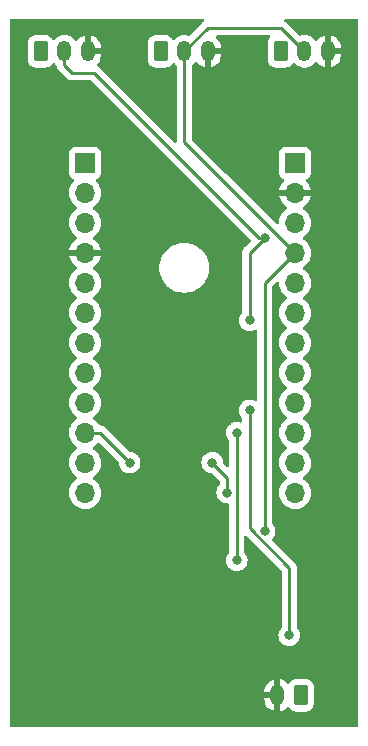
<source format=gbr>
%TF.GenerationSoftware,KiCad,Pcbnew,6.0.2-378541a8eb~116~ubuntu20.04.1*%
%TF.CreationDate,2022-02-27T19:25:48+01:00*%
%TF.ProjectId,unfancyRemote,756e6661-6e63-4795-9265-6d6f74652e6b,rev?*%
%TF.SameCoordinates,Original*%
%TF.FileFunction,Copper,L2,Bot*%
%TF.FilePolarity,Positive*%
%FSLAX46Y46*%
G04 Gerber Fmt 4.6, Leading zero omitted, Abs format (unit mm)*
G04 Created by KiCad (PCBNEW 6.0.2-378541a8eb~116~ubuntu20.04.1) date 2022-02-27 19:25:48*
%MOMM*%
%LPD*%
G01*
G04 APERTURE LIST*
G04 Aperture macros list*
%AMRoundRect*
0 Rectangle with rounded corners*
0 $1 Rounding radius*
0 $2 $3 $4 $5 $6 $7 $8 $9 X,Y pos of 4 corners*
0 Add a 4 corners polygon primitive as box body*
4,1,4,$2,$3,$4,$5,$6,$7,$8,$9,$2,$3,0*
0 Add four circle primitives for the rounded corners*
1,1,$1+$1,$2,$3*
1,1,$1+$1,$4,$5*
1,1,$1+$1,$6,$7*
1,1,$1+$1,$8,$9*
0 Add four rect primitives between the rounded corners*
20,1,$1+$1,$2,$3,$4,$5,0*
20,1,$1+$1,$4,$5,$6,$7,0*
20,1,$1+$1,$6,$7,$8,$9,0*
20,1,$1+$1,$8,$9,$2,$3,0*%
G04 Aperture macros list end*
%TA.AperFunction,ComponentPad*%
%ADD10R,1.700000X1.700000*%
%TD*%
%TA.AperFunction,ComponentPad*%
%ADD11O,1.700000X1.700000*%
%TD*%
%TA.AperFunction,ComponentPad*%
%ADD12RoundRect,0.250000X0.350000X0.625000X-0.350000X0.625000X-0.350000X-0.625000X0.350000X-0.625000X0*%
%TD*%
%TA.AperFunction,ComponentPad*%
%ADD13O,1.200000X1.750000*%
%TD*%
%TA.AperFunction,ComponentPad*%
%ADD14RoundRect,0.250000X-0.350000X-0.625000X0.350000X-0.625000X0.350000X0.625000X-0.350000X0.625000X0*%
%TD*%
%TA.AperFunction,ViaPad*%
%ADD15C,0.800000*%
%TD*%
%TA.AperFunction,Conductor*%
%ADD16C,0.250000*%
%TD*%
G04 APERTURE END LIST*
D10*
%TO.P,J2,1,TX0*%
%TO.N,unconnected-(J2-Pad1)*%
X124946250Y-72410000D03*
D11*
%TO.P,J2,2,RX0*%
%TO.N,unconnected-(J2-Pad2)*%
X124946250Y-74950000D03*
%TO.P,J2,3,RST*%
%TO.N,unconnected-(J2-Pad3)*%
X124946250Y-77490000D03*
%TO.P,J2,4,GND*%
%TO.N,GND*%
X124946250Y-80030000D03*
%TO.P,J2,5,2*%
%TO.N,PPM*%
X124946250Y-82570000D03*
%TO.P,J2,6,3*%
%TO.N,L2*%
X124946250Y-85110000D03*
%TO.P,J2,7,4*%
%TO.N,L3*%
X124946250Y-87650000D03*
%TO.P,J2,8,5*%
%TO.N,L4*%
X124946250Y-90190000D03*
%TO.P,J2,9,6*%
%TO.N,/DIO1*%
X124946250Y-92730000D03*
%TO.P,J2,10,7*%
%TO.N,/NSS*%
X124946250Y-95270000D03*
%TO.P,J2,11,8*%
%TO.N,/NRESET*%
X124946250Y-97810000D03*
%TO.P,J2,12,9*%
%TO.N,/RFBUSY*%
X124946250Y-100350000D03*
%TD*%
D10*
%TO.P,J1,1,RAW*%
%TO.N,+5V*%
X142726250Y-72410000D03*
D11*
%TO.P,J1,2,GND*%
%TO.N,GND*%
X142726250Y-74950000D03*
%TO.P,J1,3,RST*%
%TO.N,unconnected-(J1-Pad3)*%
X142726250Y-77490000D03*
%TO.P,J1,4,VCC*%
%TO.N,+3V3*%
X142726250Y-80030000D03*
%TO.P,J1,5,A3*%
%TO.N,HALL2*%
X142726250Y-82570000D03*
%TO.P,J1,6,A2*%
%TO.N,HALL1*%
X142726250Y-85110000D03*
%TO.P,J1,7,A1*%
%TO.N,VBAT*%
X142726250Y-87650000D03*
%TO.P,J1,8,A0*%
%TO.N,BSENSE*%
X142726250Y-90190000D03*
%TO.P,J1,9,13*%
%TO.N,/SCK*%
X142726250Y-92730000D03*
%TO.P,J1,10,12*%
%TO.N,/MISO*%
X142726250Y-95270000D03*
%TO.P,J1,11,11*%
%TO.N,/MOSI*%
X142726250Y-97810000D03*
%TO.P,J1,12,10*%
%TO.N,ON*%
X142726250Y-100350000D03*
%TD*%
D12*
%TO.P,J6,1,Pin_1*%
%TO.N,VBAT*%
X143240000Y-117475000D03*
D13*
%TO.P,J6,2,Pin_2*%
%TO.N,GND*%
X141240000Y-117475000D03*
%TD*%
D14*
%TO.P,J3,1,Pin_1*%
%TO.N,HALL1*%
X131350000Y-62950000D03*
D13*
%TO.P,J3,2,Pin_2*%
%TO.N,+3V3*%
X133350000Y-62950000D03*
%TO.P,J3,3,Pin_3*%
%TO.N,GND*%
X135350000Y-62950000D03*
%TD*%
D14*
%TO.P,J4,1,Pin_1*%
%TO.N,HALL2*%
X141510000Y-62950000D03*
D13*
%TO.P,J4,2,Pin_2*%
%TO.N,+3V3*%
X143510000Y-62950000D03*
%TO.P,J4,3,Pin_3*%
%TO.N,GND*%
X145510000Y-62950000D03*
%TD*%
D14*
%TO.P,J5,1,Pin_1*%
%TO.N,PPM*%
X121190000Y-62950000D03*
D13*
%TO.P,J5,2,Pin_2*%
%TO.N,+5V*%
X123190000Y-62950000D03*
%TO.P,J5,3,Pin_3*%
%TO.N,GND*%
X125190000Y-62950000D03*
%TD*%
D15*
%TO.N,GND*%
X127635000Y-87630000D03*
X132715000Y-89535000D03*
X135890000Y-95885000D03*
X133985000Y-95885000D03*
%TO.N,+5V*%
X138891250Y-85725000D03*
X140161250Y-78740000D03*
%TO.N,GND*%
X132715000Y-91440000D03*
X119380000Y-72390000D03*
X131445000Y-85090000D03*
X132080000Y-113030000D03*
X120650000Y-117475000D03*
X128270000Y-110490000D03*
X128905000Y-72390000D03*
X144145000Y-68580000D03*
X137795000Y-68580000D03*
X133985000Y-85090000D03*
X135255000Y-68580000D03*
X120650000Y-114935000D03*
X146685000Y-95885000D03*
X137160000Y-83820000D03*
X146685000Y-104140000D03*
X128905000Y-80645000D03*
X128270000Y-107950000D03*
X146685000Y-85090000D03*
X120650000Y-100965000D03*
X140970000Y-68580000D03*
X146685000Y-88265000D03*
X128905000Y-76835000D03*
X146685000Y-81915000D03*
X128905000Y-85090000D03*
X132080000Y-107950000D03*
X121285000Y-92075000D03*
X125095000Y-68580000D03*
X119380000Y-68580000D03*
X146685000Y-100330000D03*
X119380000Y-92075000D03*
X132080000Y-110490000D03*
X120650000Y-105410000D03*
X132080000Y-114935000D03*
X120650000Y-111760000D03*
X123190000Y-114935000D03*
X127000000Y-68580000D03*
X123190000Y-117475000D03*
X146685000Y-78740000D03*
X137160000Y-71120000D03*
X146685000Y-68580000D03*
X127635000Y-90170000D03*
X120650000Y-108585000D03*
X119380000Y-79375000D03*
X146685000Y-92075000D03*
X121285000Y-85725000D03*
X139065000Y-92075000D03*
X146685000Y-75565000D03*
X119380000Y-85725000D03*
%TO.N,+3V3*%
X140161250Y-103594500D03*
%TO.N,/NSS*%
X128731250Y-97790000D03*
%TO.N,ON*%
X136986250Y-100330000D03*
X135716250Y-97790000D03*
%TO.N,VBAT*%
X138891250Y-93345000D03*
X142240000Y-112395000D03*
%TO.N,BSENSE*%
X137795000Y-106045000D03*
X137795000Y-95250000D03*
%TD*%
D16*
%TO.N,+5V*%
X123825000Y-64770000D02*
X123190000Y-64135000D01*
X139700000Y-78740000D02*
X125730000Y-64770000D01*
X125730000Y-64770000D02*
X123825000Y-64770000D01*
X123190000Y-64135000D02*
X123190000Y-62950000D01*
X140161250Y-78740000D02*
X139700000Y-78740000D01*
X138891250Y-80010000D02*
X140161250Y-78740000D01*
X138891250Y-80010000D02*
X138891250Y-85725000D01*
%TO.N,+3V3*%
X133350000Y-62950000D02*
X135340000Y-60960000D01*
X142726250Y-80030000D02*
X133350000Y-70653750D01*
X141520000Y-60960000D02*
X143510000Y-62950000D01*
X140161250Y-103594500D02*
X140161250Y-82595000D01*
X133350000Y-70653750D02*
X133350000Y-62950000D01*
X140161250Y-82595000D02*
X142726250Y-80030000D01*
X135340000Y-60960000D02*
X141520000Y-60960000D01*
%TO.N,/NSS*%
X126211250Y-95270000D02*
X124946250Y-95270000D01*
X128731250Y-97790000D02*
X126211250Y-95270000D01*
%TO.N,ON*%
X136986250Y-100330000D02*
X136986250Y-99060000D01*
X136986250Y-99060000D02*
X135716250Y-97790000D01*
%TO.N,VBAT*%
X138891250Y-103349114D02*
X142222136Y-106680000D01*
X142222136Y-106680000D02*
X142240000Y-106680000D01*
X142240000Y-106680000D02*
X142240000Y-112395000D01*
X138891250Y-93345000D02*
X138891250Y-103349114D01*
%TO.N,BSENSE*%
X137795000Y-95250000D02*
X137795000Y-106045000D01*
%TD*%
%TA.AperFunction,Conductor*%
%TO.N,GND*%
G36*
X134991361Y-60218002D02*
G01*
X135037854Y-60271658D01*
X135047958Y-60341932D01*
X135018464Y-60406512D01*
X134997290Y-60425944D01*
X134996601Y-60426445D01*
X134986693Y-60432952D01*
X134955465Y-60451420D01*
X134955462Y-60451422D01*
X134948638Y-60455458D01*
X134934317Y-60469779D01*
X134919284Y-60482619D01*
X134902893Y-60494528D01*
X134894217Y-60505016D01*
X134874702Y-60528605D01*
X134866712Y-60537384D01*
X133815957Y-61588139D01*
X133753645Y-61622165D01*
X133685529Y-61618072D01*
X133619394Y-61595106D01*
X133619392Y-61595105D01*
X133613729Y-61593139D01*
X133607794Y-61592278D01*
X133607792Y-61592278D01*
X133410336Y-61563648D01*
X133410333Y-61563648D01*
X133404396Y-61562787D01*
X133193101Y-61572567D01*
X133080466Y-61599712D01*
X132993299Y-61620719D01*
X132993297Y-61620720D01*
X132987466Y-61622125D01*
X132982008Y-61624607D01*
X132982004Y-61624608D01*
X132866959Y-61676916D01*
X132794913Y-61709674D01*
X132622389Y-61832054D01*
X132618247Y-61836381D01*
X132618241Y-61836386D01*
X132531194Y-61927317D01*
X132469639Y-61962694D01*
X132398730Y-61959175D01*
X132340979Y-61917879D01*
X132333032Y-61906491D01*
X132298478Y-61850652D01*
X132256271Y-61808518D01*
X132178483Y-61730866D01*
X132173303Y-61725695D01*
X132167072Y-61721854D01*
X132028968Y-61636725D01*
X132028966Y-61636724D01*
X132022738Y-61632885D01*
X131914005Y-61596820D01*
X131861389Y-61579368D01*
X131861387Y-61579368D01*
X131854861Y-61577203D01*
X131848025Y-61576503D01*
X131848022Y-61576502D01*
X131804969Y-61572091D01*
X131750400Y-61566500D01*
X130949600Y-61566500D01*
X130946354Y-61566837D01*
X130946350Y-61566837D01*
X130850692Y-61576762D01*
X130850688Y-61576763D01*
X130843834Y-61577474D01*
X130837298Y-61579655D01*
X130837296Y-61579655D01*
X130773117Y-61601067D01*
X130676054Y-61633450D01*
X130525652Y-61726522D01*
X130400695Y-61851697D01*
X130396855Y-61857927D01*
X130396854Y-61857928D01*
X130359900Y-61917879D01*
X130307885Y-62002262D01*
X130252203Y-62170139D01*
X130241500Y-62274600D01*
X130241500Y-63625400D01*
X130252474Y-63731166D01*
X130308450Y-63898946D01*
X130401522Y-64049348D01*
X130526697Y-64174305D01*
X130532927Y-64178145D01*
X130532928Y-64178146D01*
X130670090Y-64262694D01*
X130677262Y-64267115D01*
X130713942Y-64279281D01*
X130838611Y-64320632D01*
X130838613Y-64320632D01*
X130845139Y-64322797D01*
X130851975Y-64323497D01*
X130851978Y-64323498D01*
X130890386Y-64327433D01*
X130949600Y-64333500D01*
X131750400Y-64333500D01*
X131753646Y-64333163D01*
X131753650Y-64333163D01*
X131849308Y-64323238D01*
X131849312Y-64323237D01*
X131856166Y-64322526D01*
X131862702Y-64320345D01*
X131862704Y-64320345D01*
X132002515Y-64273700D01*
X132023946Y-64266550D01*
X132174348Y-64173478D01*
X132299305Y-64048303D01*
X132331075Y-63996764D01*
X132383846Y-63949271D01*
X132453918Y-63937847D01*
X132519042Y-63966121D01*
X132537418Y-63985045D01*
X132543604Y-63992920D01*
X132673082Y-64105275D01*
X132711421Y-64165027D01*
X132716500Y-64200439D01*
X132716500Y-70556405D01*
X132696498Y-70624526D01*
X132642842Y-70671019D01*
X132572568Y-70681123D01*
X132507988Y-70651629D01*
X132501405Y-70645500D01*
X126233652Y-64377747D01*
X126226112Y-64369461D01*
X126222000Y-64362982D01*
X126172348Y-64316356D01*
X126169507Y-64313602D01*
X126149770Y-64293865D01*
X126146573Y-64291385D01*
X126137551Y-64283680D01*
X126128219Y-64274917D01*
X126105321Y-64253414D01*
X126098375Y-64249595D01*
X126098372Y-64249593D01*
X126087566Y-64243652D01*
X126071047Y-64232801D01*
X126063529Y-64226970D01*
X126055041Y-64220386D01*
X126030440Y-64209740D01*
X126020418Y-64205403D01*
X125965844Y-64159991D01*
X125944484Y-64092284D01*
X125963121Y-64023777D01*
X125979441Y-64002636D01*
X126059338Y-63919175D01*
X126066738Y-63909804D01*
X126174921Y-63742259D01*
X126180417Y-63731655D01*
X126254961Y-63546688D01*
X126258355Y-63535230D01*
X126296857Y-63338072D01*
X126297934Y-63329209D01*
X126298000Y-63326500D01*
X126298000Y-63222115D01*
X126293525Y-63206876D01*
X126292135Y-63205671D01*
X126284452Y-63204000D01*
X125062000Y-63204000D01*
X124993879Y-63183998D01*
X124947386Y-63130342D01*
X124936000Y-63078000D01*
X124936000Y-62677885D01*
X125444000Y-62677885D01*
X125448475Y-62693124D01*
X125449865Y-62694329D01*
X125457548Y-62696000D01*
X126279885Y-62696000D01*
X126295124Y-62691525D01*
X126296329Y-62690135D01*
X126298000Y-62682452D01*
X126298000Y-62625168D01*
X126297715Y-62619192D01*
X126283529Y-62470506D01*
X126281270Y-62458772D01*
X126225128Y-62267401D01*
X126220698Y-62256325D01*
X126129381Y-62079022D01*
X126122931Y-62068976D01*
X125999738Y-61912143D01*
X125991501Y-61903494D01*
X125840877Y-61772788D01*
X125831153Y-61765853D01*
X125658533Y-61665990D01*
X125647669Y-61661016D01*
X125459273Y-61595593D01*
X125458284Y-61595352D01*
X125447992Y-61596820D01*
X125444000Y-61610385D01*
X125444000Y-62677885D01*
X124936000Y-62677885D01*
X124936000Y-61614598D01*
X124932027Y-61601067D01*
X124922601Y-61599712D01*
X124833463Y-61621194D01*
X124822168Y-61625083D01*
X124640618Y-61707629D01*
X124630276Y-61713576D01*
X124467603Y-61828968D01*
X124458575Y-61836761D01*
X124320658Y-61980831D01*
X124313259Y-61990200D01*
X124295582Y-62017577D01*
X124241828Y-62063955D01*
X124171532Y-62073909D01*
X124107015Y-62044278D01*
X124090644Y-62027063D01*
X124083193Y-62017577D01*
X123996396Y-61907080D01*
X123991865Y-61903148D01*
X123991862Y-61903145D01*
X123841167Y-61772379D01*
X123836637Y-61768448D01*
X123831451Y-61765448D01*
X123831447Y-61765445D01*
X123658742Y-61665533D01*
X123653546Y-61662527D01*
X123453729Y-61593139D01*
X123447794Y-61592278D01*
X123447792Y-61592278D01*
X123250336Y-61563648D01*
X123250333Y-61563648D01*
X123244396Y-61562787D01*
X123033101Y-61572567D01*
X122920466Y-61599712D01*
X122833299Y-61620719D01*
X122833297Y-61620720D01*
X122827466Y-61622125D01*
X122822008Y-61624607D01*
X122822004Y-61624608D01*
X122706959Y-61676916D01*
X122634913Y-61709674D01*
X122462389Y-61832054D01*
X122458247Y-61836381D01*
X122458241Y-61836386D01*
X122371194Y-61927317D01*
X122309639Y-61962694D01*
X122238730Y-61959175D01*
X122180979Y-61917879D01*
X122173032Y-61906491D01*
X122138478Y-61850652D01*
X122096271Y-61808518D01*
X122018483Y-61730866D01*
X122013303Y-61725695D01*
X122007072Y-61721854D01*
X121868968Y-61636725D01*
X121868966Y-61636724D01*
X121862738Y-61632885D01*
X121754005Y-61596820D01*
X121701389Y-61579368D01*
X121701387Y-61579368D01*
X121694861Y-61577203D01*
X121688025Y-61576503D01*
X121688022Y-61576502D01*
X121644969Y-61572091D01*
X121590400Y-61566500D01*
X120789600Y-61566500D01*
X120786354Y-61566837D01*
X120786350Y-61566837D01*
X120690692Y-61576762D01*
X120690688Y-61576763D01*
X120683834Y-61577474D01*
X120677298Y-61579655D01*
X120677296Y-61579655D01*
X120613117Y-61601067D01*
X120516054Y-61633450D01*
X120365652Y-61726522D01*
X120240695Y-61851697D01*
X120236855Y-61857927D01*
X120236854Y-61857928D01*
X120199900Y-61917879D01*
X120147885Y-62002262D01*
X120092203Y-62170139D01*
X120081500Y-62274600D01*
X120081500Y-63625400D01*
X120092474Y-63731166D01*
X120148450Y-63898946D01*
X120241522Y-64049348D01*
X120366697Y-64174305D01*
X120372927Y-64178145D01*
X120372928Y-64178146D01*
X120510090Y-64262694D01*
X120517262Y-64267115D01*
X120553942Y-64279281D01*
X120678611Y-64320632D01*
X120678613Y-64320632D01*
X120685139Y-64322797D01*
X120691975Y-64323497D01*
X120691978Y-64323498D01*
X120730386Y-64327433D01*
X120789600Y-64333500D01*
X121590400Y-64333500D01*
X121593646Y-64333163D01*
X121593650Y-64333163D01*
X121689308Y-64323238D01*
X121689312Y-64323237D01*
X121696166Y-64322526D01*
X121702702Y-64320345D01*
X121702704Y-64320345D01*
X121842515Y-64273700D01*
X121863946Y-64266550D01*
X122014348Y-64173478D01*
X122139305Y-64048303D01*
X122171075Y-63996764D01*
X122223846Y-63949271D01*
X122293918Y-63937847D01*
X122359042Y-63966121D01*
X122377418Y-63985045D01*
X122383604Y-63992920D01*
X122388133Y-63996850D01*
X122388138Y-63996855D01*
X122514809Y-64106774D01*
X122553150Y-64166527D01*
X122558167Y-64197978D01*
X122559327Y-64234889D01*
X122563599Y-64249593D01*
X122564978Y-64254339D01*
X122568987Y-64273700D01*
X122571526Y-64293797D01*
X122574445Y-64301168D01*
X122574445Y-64301170D01*
X122587804Y-64334912D01*
X122591649Y-64346142D01*
X122599017Y-64371502D01*
X122603982Y-64388593D01*
X122608015Y-64395412D01*
X122608017Y-64395417D01*
X122614293Y-64406028D01*
X122622988Y-64423776D01*
X122630448Y-64442617D01*
X122635110Y-64449033D01*
X122635110Y-64449034D01*
X122656436Y-64478387D01*
X122662952Y-64488307D01*
X122685458Y-64526362D01*
X122699779Y-64540683D01*
X122712619Y-64555716D01*
X122724528Y-64572107D01*
X122730634Y-64577158D01*
X122758605Y-64600298D01*
X122767384Y-64608288D01*
X123321343Y-65162247D01*
X123328887Y-65170537D01*
X123333000Y-65177018D01*
X123338777Y-65182443D01*
X123382667Y-65223658D01*
X123385509Y-65226413D01*
X123405231Y-65246135D01*
X123408355Y-65248558D01*
X123408359Y-65248562D01*
X123408424Y-65248612D01*
X123417445Y-65256317D01*
X123449679Y-65286586D01*
X123456627Y-65290405D01*
X123456629Y-65290407D01*
X123467432Y-65296346D01*
X123483959Y-65307202D01*
X123493698Y-65314757D01*
X123493700Y-65314758D01*
X123499960Y-65319614D01*
X123540540Y-65337174D01*
X123551188Y-65342391D01*
X123589940Y-65363695D01*
X123597616Y-65365666D01*
X123597619Y-65365667D01*
X123609562Y-65368733D01*
X123628267Y-65375137D01*
X123646855Y-65383181D01*
X123654678Y-65384420D01*
X123654688Y-65384423D01*
X123690524Y-65390099D01*
X123702144Y-65392505D01*
X123737289Y-65401528D01*
X123744970Y-65403500D01*
X123765224Y-65403500D01*
X123784934Y-65405051D01*
X123804943Y-65408220D01*
X123812835Y-65407474D01*
X123848961Y-65404059D01*
X123860819Y-65403500D01*
X125415406Y-65403500D01*
X125483527Y-65423502D01*
X125504501Y-65440405D01*
X138945625Y-78881529D01*
X138979651Y-78943841D01*
X138974586Y-79014656D01*
X138945625Y-79059719D01*
X138498992Y-79506352D01*
X138490712Y-79513887D01*
X138484232Y-79518000D01*
X138449691Y-79554783D01*
X138437607Y-79567651D01*
X138434852Y-79570493D01*
X138415115Y-79590230D01*
X138412635Y-79593427D01*
X138404932Y-79602447D01*
X138374664Y-79634679D01*
X138370845Y-79641625D01*
X138370843Y-79641628D01*
X138364902Y-79652434D01*
X138354051Y-79668953D01*
X138341636Y-79684959D01*
X138338491Y-79692228D01*
X138338488Y-79692232D01*
X138324076Y-79725537D01*
X138318859Y-79736187D01*
X138297555Y-79774940D01*
X138295584Y-79782615D01*
X138295584Y-79782616D01*
X138292517Y-79794562D01*
X138286113Y-79813266D01*
X138278069Y-79831855D01*
X138276830Y-79839678D01*
X138276827Y-79839688D01*
X138271151Y-79875524D01*
X138268745Y-79887144D01*
X138257750Y-79929970D01*
X138257750Y-79950224D01*
X138256199Y-79969934D01*
X138253030Y-79989943D01*
X138256500Y-80026646D01*
X138257191Y-80033961D01*
X138257750Y-80045819D01*
X138257750Y-85022476D01*
X138237748Y-85090597D01*
X138225392Y-85106779D01*
X138152210Y-85188056D01*
X138148909Y-85193774D01*
X138087744Y-85299715D01*
X138056723Y-85353444D01*
X137997708Y-85535072D01*
X137997018Y-85541633D01*
X137997018Y-85541635D01*
X137978436Y-85718435D01*
X137977746Y-85725000D01*
X137997708Y-85914928D01*
X138056723Y-86096556D01*
X138152210Y-86261944D01*
X138156628Y-86266851D01*
X138156629Y-86266852D01*
X138254750Y-86375826D01*
X138279997Y-86403866D01*
X138352674Y-86456669D01*
X138411780Y-86499612D01*
X138434498Y-86516118D01*
X138440526Y-86518802D01*
X138440528Y-86518803D01*
X138602931Y-86591109D01*
X138608962Y-86593794D01*
X138702363Y-86613647D01*
X138789306Y-86632128D01*
X138789311Y-86632128D01*
X138795763Y-86633500D01*
X138986737Y-86633500D01*
X138993189Y-86632128D01*
X138993194Y-86632128D01*
X139080137Y-86613647D01*
X139173538Y-86593794D01*
X139197906Y-86582945D01*
X139348002Y-86516118D01*
X139348927Y-86518196D01*
X139407738Y-86503924D01*
X139474831Y-86527141D01*
X139518722Y-86582945D01*
X139527750Y-86629782D01*
X139527750Y-92440218D01*
X139507748Y-92508339D01*
X139454092Y-92554832D01*
X139383818Y-92564936D01*
X139348520Y-92552718D01*
X139348002Y-92553882D01*
X139179569Y-92478891D01*
X139179568Y-92478891D01*
X139173538Y-92476206D01*
X139080137Y-92456353D01*
X138993194Y-92437872D01*
X138993189Y-92437872D01*
X138986737Y-92436500D01*
X138795763Y-92436500D01*
X138789311Y-92437872D01*
X138789306Y-92437872D01*
X138702362Y-92456353D01*
X138608962Y-92476206D01*
X138602932Y-92478891D01*
X138602931Y-92478891D01*
X138440528Y-92551197D01*
X138440526Y-92551198D01*
X138434498Y-92553882D01*
X138429157Y-92557762D01*
X138429156Y-92557763D01*
X138379093Y-92594136D01*
X138279997Y-92666134D01*
X138275576Y-92671044D01*
X138275575Y-92671045D01*
X138257102Y-92691562D01*
X138152210Y-92808056D01*
X138148909Y-92813774D01*
X138087744Y-92919715D01*
X138056723Y-92973444D01*
X137997708Y-93155072D01*
X137997018Y-93161633D01*
X137997018Y-93161635D01*
X137978436Y-93338435D01*
X137977746Y-93345000D01*
X137997708Y-93534928D01*
X138056723Y-93716556D01*
X138152210Y-93881944D01*
X138225387Y-93963215D01*
X138256103Y-94027221D01*
X138257750Y-94047524D01*
X138257750Y-94267530D01*
X138237748Y-94335651D01*
X138184092Y-94382144D01*
X138113818Y-94392248D01*
X138089800Y-94385317D01*
X138089600Y-94385932D01*
X138083320Y-94383892D01*
X138077288Y-94381206D01*
X137983888Y-94361353D01*
X137896944Y-94342872D01*
X137896939Y-94342872D01*
X137890487Y-94341500D01*
X137699513Y-94341500D01*
X137693061Y-94342872D01*
X137693056Y-94342872D01*
X137606112Y-94361353D01*
X137512712Y-94381206D01*
X137506682Y-94383891D01*
X137506681Y-94383891D01*
X137344278Y-94456197D01*
X137344276Y-94456198D01*
X137338248Y-94458882D01*
X137332907Y-94462762D01*
X137332906Y-94462763D01*
X137282843Y-94499136D01*
X137183747Y-94571134D01*
X137179326Y-94576044D01*
X137179325Y-94576045D01*
X137113661Y-94648973D01*
X137055960Y-94713056D01*
X136960473Y-94878444D01*
X136901458Y-95060072D01*
X136881496Y-95250000D01*
X136901458Y-95439928D01*
X136960473Y-95621556D01*
X137055960Y-95786944D01*
X137129137Y-95868215D01*
X137159853Y-95932221D01*
X137161500Y-95952524D01*
X137161500Y-98035155D01*
X137141498Y-98103276D01*
X137087842Y-98149769D01*
X137017568Y-98159873D01*
X136952988Y-98130379D01*
X136946405Y-98124250D01*
X136663372Y-97841217D01*
X136629346Y-97778905D01*
X136627157Y-97765292D01*
X136610482Y-97606635D01*
X136610482Y-97606633D01*
X136609792Y-97600072D01*
X136550777Y-97418444D01*
X136455290Y-97253056D01*
X136381038Y-97170590D01*
X136331925Y-97116045D01*
X136331924Y-97116044D01*
X136327503Y-97111134D01*
X136173002Y-96998882D01*
X136166974Y-96996198D01*
X136166972Y-96996197D01*
X136004569Y-96923891D01*
X136004568Y-96923891D01*
X135998538Y-96921206D01*
X135905138Y-96901353D01*
X135818194Y-96882872D01*
X135818189Y-96882872D01*
X135811737Y-96881500D01*
X135620763Y-96881500D01*
X135614311Y-96882872D01*
X135614306Y-96882872D01*
X135527362Y-96901353D01*
X135433962Y-96921206D01*
X135427932Y-96923891D01*
X135427931Y-96923891D01*
X135265528Y-96996197D01*
X135265526Y-96996198D01*
X135259498Y-96998882D01*
X135104997Y-97111134D01*
X135100576Y-97116044D01*
X135100575Y-97116045D01*
X135051463Y-97170590D01*
X134977210Y-97253056D01*
X134881723Y-97418444D01*
X134822708Y-97600072D01*
X134802746Y-97790000D01*
X134822708Y-97979928D01*
X134881723Y-98161556D01*
X134977210Y-98326944D01*
X134981628Y-98331851D01*
X134981629Y-98331852D01*
X135100575Y-98463955D01*
X135104997Y-98468866D01*
X135259498Y-98581118D01*
X135265526Y-98583802D01*
X135265528Y-98583803D01*
X135335796Y-98615088D01*
X135433962Y-98658794D01*
X135527363Y-98678647D01*
X135614306Y-98697128D01*
X135614311Y-98697128D01*
X135620763Y-98698500D01*
X135676656Y-98698500D01*
X135744777Y-98718502D01*
X135765751Y-98735405D01*
X136315845Y-99285499D01*
X136349871Y-99347811D01*
X136352750Y-99374594D01*
X136352750Y-99627476D01*
X136332748Y-99695597D01*
X136320392Y-99711779D01*
X136247210Y-99793056D01*
X136151723Y-99958444D01*
X136092708Y-100140072D01*
X136072746Y-100330000D01*
X136092708Y-100519928D01*
X136151723Y-100701556D01*
X136247210Y-100866944D01*
X136251628Y-100871851D01*
X136251629Y-100871852D01*
X136370575Y-101003955D01*
X136374997Y-101008866D01*
X136529498Y-101121118D01*
X136535526Y-101123802D01*
X136535528Y-101123803D01*
X136605796Y-101155088D01*
X136703962Y-101198794D01*
X136797362Y-101218647D01*
X136884306Y-101237128D01*
X136884311Y-101237128D01*
X136890763Y-101238500D01*
X137035500Y-101238500D01*
X137103621Y-101258502D01*
X137150114Y-101312158D01*
X137161500Y-101364500D01*
X137161500Y-105342476D01*
X137141498Y-105410597D01*
X137129142Y-105426779D01*
X137055960Y-105508056D01*
X136960473Y-105673444D01*
X136901458Y-105855072D01*
X136881496Y-106045000D01*
X136882186Y-106051565D01*
X136898268Y-106204573D01*
X136901458Y-106234928D01*
X136960473Y-106416556D01*
X137055960Y-106581944D01*
X137060378Y-106586851D01*
X137060379Y-106586852D01*
X137179325Y-106718955D01*
X137183747Y-106723866D01*
X137338248Y-106836118D01*
X137344276Y-106838802D01*
X137344278Y-106838803D01*
X137506681Y-106911109D01*
X137512712Y-106913794D01*
X137606113Y-106933647D01*
X137693056Y-106952128D01*
X137693061Y-106952128D01*
X137699513Y-106953500D01*
X137890487Y-106953500D01*
X137896939Y-106952128D01*
X137896944Y-106952128D01*
X137983888Y-106933647D01*
X138077288Y-106913794D01*
X138083319Y-106911109D01*
X138245722Y-106838803D01*
X138245724Y-106838802D01*
X138251752Y-106836118D01*
X138406253Y-106723866D01*
X138410675Y-106718955D01*
X138529621Y-106586852D01*
X138529622Y-106586851D01*
X138534040Y-106581944D01*
X138629527Y-106416556D01*
X138688542Y-106234928D01*
X138691733Y-106204573D01*
X138707814Y-106051565D01*
X138708504Y-106045000D01*
X138688542Y-105855072D01*
X138629527Y-105673444D01*
X138534040Y-105508056D01*
X138460863Y-105426785D01*
X138430147Y-105362779D01*
X138428500Y-105342476D01*
X138428500Y-104086458D01*
X138448502Y-104018337D01*
X138502158Y-103971844D01*
X138572432Y-103961740D01*
X138637012Y-103991234D01*
X138643595Y-103997363D01*
X141569595Y-106923363D01*
X141603621Y-106985675D01*
X141606500Y-107012458D01*
X141606500Y-111692476D01*
X141586498Y-111760597D01*
X141574142Y-111776779D01*
X141500960Y-111858056D01*
X141405473Y-112023444D01*
X141346458Y-112205072D01*
X141326496Y-112395000D01*
X141346458Y-112584928D01*
X141405473Y-112766556D01*
X141500960Y-112931944D01*
X141628747Y-113073866D01*
X141783248Y-113186118D01*
X141789276Y-113188802D01*
X141789278Y-113188803D01*
X141951681Y-113261109D01*
X141957712Y-113263794D01*
X142051112Y-113283647D01*
X142138056Y-113302128D01*
X142138061Y-113302128D01*
X142144513Y-113303500D01*
X142335487Y-113303500D01*
X142341939Y-113302128D01*
X142341944Y-113302128D01*
X142428887Y-113283647D01*
X142522288Y-113263794D01*
X142528319Y-113261109D01*
X142690722Y-113188803D01*
X142690724Y-113188802D01*
X142696752Y-113186118D01*
X142851253Y-113073866D01*
X142979040Y-112931944D01*
X143074527Y-112766556D01*
X143133542Y-112584928D01*
X143153504Y-112395000D01*
X143133542Y-112205072D01*
X143074527Y-112023444D01*
X142979040Y-111858056D01*
X142905863Y-111776785D01*
X142875147Y-111712779D01*
X142873500Y-111692476D01*
X142873500Y-106751793D01*
X142875732Y-106728184D01*
X142875790Y-106727881D01*
X142875790Y-106727877D01*
X142877275Y-106720094D01*
X142873749Y-106664049D01*
X142873500Y-106656138D01*
X142873500Y-106640144D01*
X142871494Y-106624270D01*
X142870751Y-106616402D01*
X142867723Y-106568263D01*
X142867723Y-106568262D01*
X142867225Y-106560350D01*
X142864679Y-106552513D01*
X142859506Y-106529369D01*
X142859468Y-106529065D01*
X142859467Y-106529060D01*
X142858474Y-106521203D01*
X142855558Y-106513838D01*
X142855557Y-106513834D01*
X142837801Y-106468989D01*
X142835129Y-106461570D01*
X142817764Y-106408125D01*
X142813514Y-106401428D01*
X142813350Y-106401169D01*
X142802585Y-106380042D01*
X142802471Y-106379754D01*
X142802468Y-106379749D01*
X142799552Y-106372383D01*
X142794896Y-106365975D01*
X142794893Y-106365969D01*
X142766542Y-106326948D01*
X142762092Y-106320401D01*
X142732000Y-106272982D01*
X142725993Y-106267341D01*
X142710312Y-106249554D01*
X142710134Y-106249309D01*
X142710132Y-106249307D01*
X142705472Y-106242893D01*
X142699362Y-106237838D01*
X142662204Y-106207097D01*
X142656270Y-106201866D01*
X142621102Y-106168842D01*
X142621099Y-106168840D01*
X142615321Y-106163414D01*
X142608097Y-106159442D01*
X142588494Y-106146119D01*
X142588254Y-106145921D01*
X142588250Y-106145918D01*
X142588249Y-106145917D01*
X142582144Y-106140867D01*
X142581663Y-106140641D01*
X142566668Y-106128627D01*
X140828104Y-104390063D01*
X140794078Y-104327751D01*
X140799143Y-104256936D01*
X140823563Y-104216658D01*
X140895871Y-104136352D01*
X140895872Y-104136351D01*
X140900290Y-104131444D01*
X140958564Y-104030510D01*
X140992473Y-103971779D01*
X140992474Y-103971778D01*
X140995777Y-103966056D01*
X141054792Y-103784428D01*
X141074754Y-103594500D01*
X141054792Y-103404572D01*
X140995777Y-103222944D01*
X140900290Y-103057556D01*
X140827113Y-102976285D01*
X140796397Y-102912279D01*
X140794750Y-102891976D01*
X140794750Y-82909594D01*
X140814752Y-82841473D01*
X140831655Y-82820499D01*
X141151269Y-82500885D01*
X141213581Y-82466859D01*
X141284396Y-82471924D01*
X141341232Y-82514471D01*
X141366155Y-82582727D01*
X141376360Y-82759715D01*
X141377497Y-82764761D01*
X141377498Y-82764767D01*
X141390058Y-82820499D01*
X141425472Y-82977639D01*
X141509516Y-83184616D01*
X141531835Y-83221038D01*
X141588891Y-83314144D01*
X141626237Y-83375088D01*
X141772500Y-83543938D01*
X141944376Y-83686632D01*
X142014845Y-83727811D01*
X142017695Y-83729476D01*
X142066419Y-83781114D01*
X142079490Y-83850897D01*
X142052759Y-83916669D01*
X142012305Y-83950027D01*
X141999857Y-83956507D01*
X141995724Y-83959610D01*
X141995721Y-83959612D01*
X141971497Y-83977800D01*
X141821215Y-84090635D01*
X141666879Y-84252138D01*
X141540993Y-84436680D01*
X141446938Y-84639305D01*
X141387239Y-84854570D01*
X141363501Y-85076695D01*
X141363798Y-85081848D01*
X141363798Y-85081851D01*
X141376062Y-85294547D01*
X141376360Y-85299715D01*
X141377497Y-85304761D01*
X141377498Y-85304767D01*
X141389885Y-85359729D01*
X141425472Y-85517639D01*
X141509516Y-85724616D01*
X141626237Y-85915088D01*
X141772500Y-86083938D01*
X141944376Y-86226632D01*
X142013205Y-86266852D01*
X142017695Y-86269476D01*
X142066419Y-86321114D01*
X142079490Y-86390897D01*
X142052759Y-86456669D01*
X142012305Y-86490027D01*
X141999857Y-86496507D01*
X141995724Y-86499610D01*
X141995721Y-86499612D01*
X141868455Y-86595166D01*
X141821215Y-86630635D01*
X141666879Y-86792138D01*
X141540993Y-86976680D01*
X141446938Y-87179305D01*
X141387239Y-87394570D01*
X141363501Y-87616695D01*
X141363798Y-87621848D01*
X141363798Y-87621851D01*
X141369261Y-87716590D01*
X141376360Y-87839715D01*
X141377497Y-87844761D01*
X141377498Y-87844767D01*
X141397369Y-87932939D01*
X141425472Y-88057639D01*
X141509516Y-88264616D01*
X141626237Y-88455088D01*
X141772500Y-88623938D01*
X141944376Y-88766632D01*
X142014845Y-88807811D01*
X142017695Y-88809476D01*
X142066419Y-88861114D01*
X142079490Y-88930897D01*
X142052759Y-88996669D01*
X142012305Y-89030027D01*
X141999857Y-89036507D01*
X141995724Y-89039610D01*
X141995721Y-89039612D01*
X141971497Y-89057800D01*
X141821215Y-89170635D01*
X141666879Y-89332138D01*
X141540993Y-89516680D01*
X141446938Y-89719305D01*
X141387239Y-89934570D01*
X141363501Y-90156695D01*
X141363798Y-90161848D01*
X141363798Y-90161851D01*
X141369261Y-90256590D01*
X141376360Y-90379715D01*
X141377497Y-90384761D01*
X141377498Y-90384767D01*
X141397369Y-90472939D01*
X141425472Y-90597639D01*
X141509516Y-90804616D01*
X141626237Y-90995088D01*
X141772500Y-91163938D01*
X141944376Y-91306632D01*
X142014845Y-91347811D01*
X142017695Y-91349476D01*
X142066419Y-91401114D01*
X142079490Y-91470897D01*
X142052759Y-91536669D01*
X142012305Y-91570027D01*
X141999857Y-91576507D01*
X141995724Y-91579610D01*
X141995721Y-91579612D01*
X141971497Y-91597800D01*
X141821215Y-91710635D01*
X141666879Y-91872138D01*
X141540993Y-92056680D01*
X141446938Y-92259305D01*
X141387239Y-92474570D01*
X141363501Y-92696695D01*
X141363798Y-92701848D01*
X141363798Y-92701851D01*
X141376062Y-92914547D01*
X141376360Y-92919715D01*
X141377497Y-92924761D01*
X141377498Y-92924767D01*
X141389885Y-92979729D01*
X141425472Y-93137639D01*
X141509516Y-93344616D01*
X141626237Y-93535088D01*
X141772500Y-93703938D01*
X141944376Y-93846632D01*
X142013196Y-93886847D01*
X142017695Y-93889476D01*
X142066419Y-93941114D01*
X142079490Y-94010897D01*
X142052759Y-94076669D01*
X142012305Y-94110027D01*
X141999857Y-94116507D01*
X141995724Y-94119610D01*
X141995721Y-94119612D01*
X141971497Y-94137800D01*
X141821215Y-94250635D01*
X141666879Y-94412138D01*
X141663965Y-94416410D01*
X141663964Y-94416411D01*
X141578806Y-94541249D01*
X141540993Y-94596680D01*
X141502261Y-94680121D01*
X141465721Y-94758841D01*
X141446938Y-94799305D01*
X141387239Y-95014570D01*
X141363501Y-95236695D01*
X141363798Y-95241848D01*
X141363798Y-95241851D01*
X141369261Y-95336590D01*
X141376360Y-95459715D01*
X141377497Y-95464761D01*
X141377498Y-95464767D01*
X141397369Y-95552939D01*
X141425472Y-95677639D01*
X141509516Y-95884616D01*
X141626237Y-96075088D01*
X141772500Y-96243938D01*
X141944376Y-96386632D01*
X142014845Y-96427811D01*
X142017695Y-96429476D01*
X142066419Y-96481114D01*
X142079490Y-96550897D01*
X142052759Y-96616669D01*
X142012305Y-96650027D01*
X141999857Y-96656507D01*
X141995724Y-96659610D01*
X141995721Y-96659612D01*
X141971497Y-96677800D01*
X141821215Y-96790635D01*
X141666879Y-96952138D01*
X141540993Y-97136680D01*
X141446938Y-97339305D01*
X141387239Y-97554570D01*
X141363501Y-97776695D01*
X141363798Y-97781848D01*
X141363798Y-97781851D01*
X141369261Y-97876590D01*
X141376360Y-97999715D01*
X141377497Y-98004761D01*
X141377498Y-98004767D01*
X141397369Y-98092939D01*
X141425472Y-98217639D01*
X141509516Y-98424616D01*
X141512215Y-98429020D01*
X141607066Y-98583803D01*
X141626237Y-98615088D01*
X141772500Y-98783938D01*
X141944376Y-98926632D01*
X142014845Y-98967811D01*
X142017695Y-98969476D01*
X142066419Y-99021114D01*
X142079490Y-99090897D01*
X142052759Y-99156669D01*
X142012305Y-99190027D01*
X141999857Y-99196507D01*
X141995724Y-99199610D01*
X141995721Y-99199612D01*
X141825350Y-99327530D01*
X141821215Y-99330635D01*
X141666879Y-99492138D01*
X141540993Y-99676680D01*
X141446938Y-99879305D01*
X141387239Y-100094570D01*
X141363501Y-100316695D01*
X141363798Y-100321848D01*
X141363798Y-100321851D01*
X141369261Y-100416590D01*
X141376360Y-100539715D01*
X141377497Y-100544761D01*
X141377498Y-100544767D01*
X141397369Y-100632939D01*
X141425472Y-100757639D01*
X141509516Y-100964616D01*
X141512215Y-100969020D01*
X141607066Y-101123803D01*
X141626237Y-101155088D01*
X141772500Y-101323938D01*
X141944376Y-101466632D01*
X142137250Y-101579338D01*
X142345942Y-101659030D01*
X142351010Y-101660061D01*
X142351013Y-101660062D01*
X142458267Y-101681883D01*
X142564847Y-101703567D01*
X142570022Y-101703757D01*
X142570024Y-101703757D01*
X142782923Y-101711564D01*
X142782927Y-101711564D01*
X142788087Y-101711753D01*
X142793207Y-101711097D01*
X142793209Y-101711097D01*
X143004538Y-101684025D01*
X143004539Y-101684025D01*
X143009666Y-101683368D01*
X143014616Y-101681883D01*
X143218679Y-101620661D01*
X143218684Y-101620659D01*
X143223634Y-101619174D01*
X143424244Y-101520896D01*
X143606110Y-101391173D01*
X143632877Y-101364500D01*
X143760685Y-101237137D01*
X143764346Y-101233489D01*
X143823844Y-101150689D01*
X143891685Y-101056277D01*
X143894703Y-101052077D01*
X143993680Y-100851811D01*
X144058620Y-100638069D01*
X144087779Y-100416590D01*
X144089406Y-100350000D01*
X144071102Y-100127361D01*
X144016681Y-99910702D01*
X143927604Y-99705840D01*
X143806264Y-99518277D01*
X143655920Y-99353051D01*
X143651869Y-99349852D01*
X143651865Y-99349848D01*
X143484664Y-99217800D01*
X143484660Y-99217798D01*
X143480609Y-99214598D01*
X143439303Y-99191796D01*
X143389334Y-99141364D01*
X143374562Y-99071921D01*
X143399678Y-99005516D01*
X143427030Y-98978909D01*
X143470853Y-98947650D01*
X143606110Y-98851173D01*
X143764346Y-98693489D01*
X143823844Y-98610689D01*
X143891685Y-98516277D01*
X143894703Y-98512077D01*
X143993680Y-98311811D01*
X144039331Y-98161556D01*
X144057115Y-98103023D01*
X144057115Y-98103021D01*
X144058620Y-98098069D01*
X144087779Y-97876590D01*
X144089406Y-97810000D01*
X144071102Y-97587361D01*
X144016681Y-97370702D01*
X143927604Y-97165840D01*
X143806264Y-96978277D01*
X143655920Y-96813051D01*
X143651869Y-96809852D01*
X143651865Y-96809848D01*
X143484664Y-96677800D01*
X143484660Y-96677798D01*
X143480609Y-96674598D01*
X143439303Y-96651796D01*
X143389334Y-96601364D01*
X143374562Y-96531921D01*
X143399678Y-96465516D01*
X143427030Y-96438909D01*
X143470853Y-96407650D01*
X143606110Y-96311173D01*
X143764346Y-96153489D01*
X143769725Y-96146004D01*
X143891685Y-95976277D01*
X143894703Y-95972077D01*
X143928271Y-95904158D01*
X143991386Y-95776453D01*
X143991387Y-95776451D01*
X143993680Y-95771811D01*
X144058620Y-95558069D01*
X144087779Y-95336590D01*
X144089406Y-95270000D01*
X144071102Y-95047361D01*
X144016681Y-94830702D01*
X143927604Y-94625840D01*
X143888156Y-94564862D01*
X143809072Y-94442617D01*
X143809070Y-94442614D01*
X143806264Y-94438277D01*
X143655920Y-94273051D01*
X143651869Y-94269852D01*
X143651865Y-94269848D01*
X143484664Y-94137800D01*
X143484660Y-94137798D01*
X143480609Y-94134598D01*
X143439303Y-94111796D01*
X143389334Y-94061364D01*
X143374562Y-93991921D01*
X143399678Y-93925516D01*
X143427030Y-93898909D01*
X143470853Y-93867650D01*
X143606110Y-93771173D01*
X143764346Y-93613489D01*
X143820798Y-93534928D01*
X143891685Y-93436277D01*
X143894703Y-93432077D01*
X143934495Y-93351565D01*
X143991386Y-93236453D01*
X143991387Y-93236451D01*
X143993680Y-93231811D01*
X144058620Y-93018069D01*
X144087779Y-92796590D01*
X144089406Y-92730000D01*
X144071102Y-92507361D01*
X144016681Y-92290702D01*
X143927604Y-92085840D01*
X143806264Y-91898277D01*
X143655920Y-91733051D01*
X143651869Y-91729852D01*
X143651865Y-91729848D01*
X143484664Y-91597800D01*
X143484660Y-91597798D01*
X143480609Y-91594598D01*
X143439303Y-91571796D01*
X143389334Y-91521364D01*
X143374562Y-91451921D01*
X143399678Y-91385516D01*
X143427030Y-91358909D01*
X143470853Y-91327650D01*
X143606110Y-91231173D01*
X143764346Y-91073489D01*
X143823844Y-90990689D01*
X143891685Y-90896277D01*
X143894703Y-90892077D01*
X143993680Y-90691811D01*
X144058620Y-90478069D01*
X144087779Y-90256590D01*
X144089406Y-90190000D01*
X144071102Y-89967361D01*
X144016681Y-89750702D01*
X143927604Y-89545840D01*
X143806264Y-89358277D01*
X143655920Y-89193051D01*
X143651869Y-89189852D01*
X143651865Y-89189848D01*
X143484664Y-89057800D01*
X143484660Y-89057798D01*
X143480609Y-89054598D01*
X143439303Y-89031796D01*
X143389334Y-88981364D01*
X143374562Y-88911921D01*
X143399678Y-88845516D01*
X143427030Y-88818909D01*
X143470853Y-88787650D01*
X143606110Y-88691173D01*
X143764346Y-88533489D01*
X143823844Y-88450689D01*
X143891685Y-88356277D01*
X143894703Y-88352077D01*
X143993680Y-88151811D01*
X144058620Y-87938069D01*
X144087779Y-87716590D01*
X144089406Y-87650000D01*
X144071102Y-87427361D01*
X144016681Y-87210702D01*
X143927604Y-87005840D01*
X143806264Y-86818277D01*
X143655920Y-86653051D01*
X143651869Y-86649852D01*
X143651865Y-86649848D01*
X143484664Y-86517800D01*
X143484660Y-86517798D01*
X143480609Y-86514598D01*
X143439303Y-86491796D01*
X143389334Y-86441364D01*
X143374562Y-86371921D01*
X143399678Y-86305516D01*
X143427030Y-86278909D01*
X143470853Y-86247650D01*
X143606110Y-86151173D01*
X143764346Y-85993489D01*
X143820798Y-85914928D01*
X143891685Y-85816277D01*
X143894703Y-85812077D01*
X143934495Y-85731565D01*
X143991386Y-85616453D01*
X143991387Y-85616451D01*
X143993680Y-85611811D01*
X144058620Y-85398069D01*
X144087779Y-85176590D01*
X144089406Y-85110000D01*
X144071102Y-84887361D01*
X144016681Y-84670702D01*
X143927604Y-84465840D01*
X143806264Y-84278277D01*
X143655920Y-84113051D01*
X143651869Y-84109852D01*
X143651865Y-84109848D01*
X143484664Y-83977800D01*
X143484660Y-83977798D01*
X143480609Y-83974598D01*
X143439303Y-83951796D01*
X143389334Y-83901364D01*
X143374562Y-83831921D01*
X143399678Y-83765516D01*
X143427030Y-83738909D01*
X143470853Y-83707650D01*
X143606110Y-83611173D01*
X143764346Y-83453489D01*
X143823844Y-83370689D01*
X143891685Y-83276277D01*
X143894703Y-83272077D01*
X143924303Y-83212187D01*
X143991386Y-83076453D01*
X143991387Y-83076451D01*
X143993680Y-83071811D01*
X144042561Y-82910926D01*
X144057115Y-82863023D01*
X144057115Y-82863021D01*
X144058620Y-82858069D01*
X144087779Y-82636590D01*
X144089406Y-82570000D01*
X144071102Y-82347361D01*
X144016681Y-82130702D01*
X143927604Y-81925840D01*
X143806264Y-81738277D01*
X143655920Y-81573051D01*
X143651869Y-81569852D01*
X143651865Y-81569848D01*
X143484664Y-81437800D01*
X143484660Y-81437798D01*
X143480609Y-81434598D01*
X143439303Y-81411796D01*
X143389334Y-81361364D01*
X143374562Y-81291921D01*
X143399678Y-81225516D01*
X143427030Y-81198909D01*
X143536305Y-81120964D01*
X143606110Y-81071173D01*
X143764346Y-80913489D01*
X143894703Y-80732077D01*
X143967411Y-80584964D01*
X143991386Y-80536453D01*
X143991387Y-80536451D01*
X143993680Y-80531811D01*
X144056638Y-80324594D01*
X144057115Y-80323023D01*
X144057115Y-80323021D01*
X144058620Y-80318069D01*
X144087779Y-80096590D01*
X144088777Y-80055732D01*
X144089324Y-80033365D01*
X144089324Y-80033361D01*
X144089406Y-80030000D01*
X144071102Y-79807361D01*
X144016681Y-79590702D01*
X143927604Y-79385840D01*
X143840996Y-79251964D01*
X143809072Y-79202617D01*
X143809070Y-79202614D01*
X143806264Y-79198277D01*
X143655920Y-79033051D01*
X143651869Y-79029852D01*
X143651865Y-79029848D01*
X143484664Y-78897800D01*
X143484660Y-78897798D01*
X143480609Y-78894598D01*
X143439303Y-78871796D01*
X143389334Y-78821364D01*
X143374562Y-78751921D01*
X143399678Y-78685516D01*
X143427030Y-78658909D01*
X143470853Y-78627650D01*
X143606110Y-78531173D01*
X143764346Y-78373489D01*
X143823844Y-78290689D01*
X143891685Y-78196277D01*
X143894703Y-78192077D01*
X143993680Y-77991811D01*
X144026150Y-77884940D01*
X144057115Y-77783023D01*
X144057115Y-77783021D01*
X144058620Y-77778069D01*
X144087779Y-77556590D01*
X144089406Y-77490000D01*
X144071102Y-77267361D01*
X144016681Y-77050702D01*
X143927604Y-76845840D01*
X143806264Y-76658277D01*
X143655920Y-76493051D01*
X143651869Y-76489852D01*
X143651865Y-76489848D01*
X143484664Y-76357800D01*
X143484660Y-76357798D01*
X143480609Y-76354598D01*
X143438819Y-76331529D01*
X143388848Y-76281097D01*
X143374076Y-76211654D01*
X143399192Y-76145248D01*
X143426544Y-76118641D01*
X143601578Y-75993792D01*
X143609450Y-75987139D01*
X143760302Y-75836812D01*
X143766980Y-75828965D01*
X143891253Y-75656020D01*
X143896563Y-75647183D01*
X143990920Y-75456267D01*
X143994719Y-75446672D01*
X144056627Y-75242910D01*
X144058805Y-75232837D01*
X144060236Y-75221962D01*
X144058025Y-75207778D01*
X144044867Y-75204000D01*
X141409475Y-75204000D01*
X141395944Y-75207973D01*
X141394507Y-75217966D01*
X141424815Y-75352446D01*
X141427895Y-75362275D01*
X141508020Y-75559603D01*
X141512663Y-75568794D01*
X141623944Y-75750388D01*
X141630027Y-75758699D01*
X141769463Y-75919667D01*
X141776830Y-75926883D01*
X141940684Y-76062916D01*
X141949131Y-76068831D01*
X142018219Y-76109203D01*
X142066943Y-76160842D01*
X142080014Y-76230625D01*
X142053283Y-76296396D01*
X142012834Y-76329752D01*
X141999857Y-76336507D01*
X141995724Y-76339610D01*
X141995721Y-76339612D01*
X141971497Y-76357800D01*
X141821215Y-76470635D01*
X141666879Y-76632138D01*
X141540993Y-76816680D01*
X141446938Y-77019305D01*
X141387239Y-77234570D01*
X141363501Y-77456695D01*
X141363798Y-77461851D01*
X141363672Y-77467024D01*
X141362164Y-77466987D01*
X141347660Y-77529485D01*
X141296768Y-77578988D01*
X141227192Y-77593118D01*
X141161021Y-77567389D01*
X141148824Y-77556670D01*
X137688882Y-74096727D01*
X136900289Y-73308134D01*
X141367750Y-73308134D01*
X141374505Y-73370316D01*
X141425635Y-73506705D01*
X141512989Y-73623261D01*
X141629545Y-73710615D01*
X141637954Y-73713767D01*
X141637955Y-73713768D01*
X141747210Y-73754726D01*
X141803975Y-73797367D01*
X141828675Y-73863929D01*
X141813468Y-73933278D01*
X141794075Y-73959759D01*
X141670840Y-74088717D01*
X141664354Y-74096727D01*
X141544348Y-74272649D01*
X141539250Y-74281623D01*
X141449588Y-74474783D01*
X141446025Y-74484470D01*
X141390639Y-74684183D01*
X141392162Y-74692607D01*
X141404542Y-74696000D01*
X144044594Y-74696000D01*
X144058125Y-74692027D01*
X144059430Y-74682947D01*
X144017464Y-74515875D01*
X144014144Y-74506124D01*
X143929222Y-74310814D01*
X143924355Y-74301739D01*
X143808676Y-74122926D01*
X143802386Y-74114757D01*
X143658543Y-73956677D01*
X143627491Y-73892831D01*
X143635885Y-73822333D01*
X143681062Y-73767564D01*
X143707506Y-73753895D01*
X143814547Y-73713767D01*
X143822955Y-73710615D01*
X143939511Y-73623261D01*
X144026865Y-73506705D01*
X144077995Y-73370316D01*
X144084750Y-73308134D01*
X144084750Y-71511866D01*
X144077995Y-71449684D01*
X144026865Y-71313295D01*
X143939511Y-71196739D01*
X143822955Y-71109385D01*
X143686566Y-71058255D01*
X143624384Y-71051500D01*
X141828116Y-71051500D01*
X141765934Y-71058255D01*
X141629545Y-71109385D01*
X141512989Y-71196739D01*
X141425635Y-71313295D01*
X141374505Y-71449684D01*
X141367750Y-71511866D01*
X141367750Y-73308134D01*
X136900289Y-73308134D01*
X134020405Y-70428250D01*
X133986379Y-70365938D01*
X133983500Y-70339155D01*
X133983500Y-64199807D01*
X134003502Y-64131686D01*
X134036601Y-64097037D01*
X134072720Y-64071416D01*
X134072725Y-64071412D01*
X134077611Y-64067946D01*
X134223881Y-63915150D01*
X134227130Y-63910119D01*
X134227135Y-63910112D01*
X134245033Y-63882393D01*
X134298789Y-63836016D01*
X134369085Y-63826063D01*
X134433602Y-63855696D01*
X134449970Y-63872909D01*
X134540262Y-63987857D01*
X134548499Y-63996506D01*
X134699123Y-64127212D01*
X134708847Y-64134147D01*
X134881467Y-64234010D01*
X134892331Y-64238984D01*
X135080727Y-64304407D01*
X135081716Y-64304648D01*
X135092008Y-64303180D01*
X135096000Y-64289615D01*
X135096000Y-64285402D01*
X135604000Y-64285402D01*
X135607973Y-64298933D01*
X135617399Y-64300288D01*
X135706537Y-64278806D01*
X135717832Y-64274917D01*
X135899382Y-64192371D01*
X135909724Y-64186424D01*
X136072397Y-64071032D01*
X136081425Y-64063239D01*
X136219342Y-63919169D01*
X136226738Y-63909804D01*
X136334921Y-63742259D01*
X136340417Y-63731655D01*
X136414961Y-63546688D01*
X136418355Y-63535230D01*
X136456857Y-63338072D01*
X136457934Y-63329209D01*
X136458000Y-63326500D01*
X136458000Y-63222115D01*
X136453525Y-63206876D01*
X136452135Y-63205671D01*
X136444452Y-63204000D01*
X135622115Y-63204000D01*
X135606876Y-63208475D01*
X135605671Y-63209865D01*
X135604000Y-63217548D01*
X135604000Y-64285402D01*
X135096000Y-64285402D01*
X135096000Y-62822000D01*
X135116002Y-62753879D01*
X135169658Y-62707386D01*
X135222000Y-62696000D01*
X136439885Y-62696000D01*
X136455124Y-62691525D01*
X136456329Y-62690135D01*
X136458000Y-62682452D01*
X136458000Y-62625168D01*
X136457715Y-62619192D01*
X136443529Y-62470506D01*
X136441270Y-62458772D01*
X136385128Y-62267401D01*
X136380698Y-62256325D01*
X136289381Y-62079022D01*
X136282931Y-62068976D01*
X136159738Y-61912143D01*
X136151501Y-61903494D01*
X136049135Y-61814665D01*
X136010794Y-61754912D01*
X136010845Y-61683915D01*
X136049272Y-61624216D01*
X136113874Y-61594770D01*
X136131716Y-61593500D01*
X140514626Y-61593500D01*
X140582747Y-61613502D01*
X140629240Y-61667158D01*
X140639344Y-61737432D01*
X140609850Y-61802012D01*
X140603802Y-61808515D01*
X140560695Y-61851697D01*
X140556855Y-61857927D01*
X140556854Y-61857928D01*
X140519900Y-61917879D01*
X140467885Y-62002262D01*
X140412203Y-62170139D01*
X140401500Y-62274600D01*
X140401500Y-63625400D01*
X140412474Y-63731166D01*
X140468450Y-63898946D01*
X140561522Y-64049348D01*
X140686697Y-64174305D01*
X140692927Y-64178145D01*
X140692928Y-64178146D01*
X140830090Y-64262694D01*
X140837262Y-64267115D01*
X140873942Y-64279281D01*
X140998611Y-64320632D01*
X140998613Y-64320632D01*
X141005139Y-64322797D01*
X141011975Y-64323497D01*
X141011978Y-64323498D01*
X141050386Y-64327433D01*
X141109600Y-64333500D01*
X141910400Y-64333500D01*
X141913646Y-64333163D01*
X141913650Y-64333163D01*
X142009308Y-64323238D01*
X142009312Y-64323237D01*
X142016166Y-64322526D01*
X142022702Y-64320345D01*
X142022704Y-64320345D01*
X142162515Y-64273700D01*
X142183946Y-64266550D01*
X142334348Y-64173478D01*
X142459305Y-64048303D01*
X142491075Y-63996764D01*
X142543846Y-63949271D01*
X142613918Y-63937847D01*
X142679042Y-63966121D01*
X142697418Y-63985045D01*
X142703604Y-63992920D01*
X142708133Y-63996850D01*
X142708138Y-63996855D01*
X142790470Y-64068299D01*
X142863363Y-64131552D01*
X142868549Y-64134552D01*
X142868553Y-64134555D01*
X142981346Y-64199807D01*
X143046454Y-64237473D01*
X143246271Y-64306861D01*
X143252206Y-64307722D01*
X143252208Y-64307722D01*
X143449664Y-64336352D01*
X143449667Y-64336352D01*
X143455604Y-64337213D01*
X143666899Y-64327433D01*
X143798077Y-64295819D01*
X143866701Y-64279281D01*
X143866703Y-64279280D01*
X143872534Y-64277875D01*
X143877992Y-64275393D01*
X143877996Y-64275392D01*
X144042783Y-64200467D01*
X144065087Y-64190326D01*
X144237611Y-64067946D01*
X144383881Y-63915150D01*
X144387130Y-63910119D01*
X144387135Y-63910112D01*
X144405033Y-63882393D01*
X144458789Y-63836016D01*
X144529085Y-63826063D01*
X144593602Y-63855696D01*
X144609970Y-63872909D01*
X144700262Y-63987857D01*
X144708499Y-63996506D01*
X144859123Y-64127212D01*
X144868847Y-64134147D01*
X145041467Y-64234010D01*
X145052331Y-64238984D01*
X145240727Y-64304407D01*
X145241716Y-64304648D01*
X145252008Y-64303180D01*
X145256000Y-64289615D01*
X145256000Y-64285402D01*
X145764000Y-64285402D01*
X145767973Y-64298933D01*
X145777399Y-64300288D01*
X145866537Y-64278806D01*
X145877832Y-64274917D01*
X146059382Y-64192371D01*
X146069724Y-64186424D01*
X146232397Y-64071032D01*
X146241425Y-64063239D01*
X146379342Y-63919169D01*
X146386738Y-63909804D01*
X146494921Y-63742259D01*
X146500417Y-63731655D01*
X146574961Y-63546688D01*
X146578355Y-63535230D01*
X146616857Y-63338072D01*
X146617934Y-63329209D01*
X146618000Y-63326500D01*
X146618000Y-63222115D01*
X146613525Y-63206876D01*
X146612135Y-63205671D01*
X146604452Y-63204000D01*
X145782115Y-63204000D01*
X145766876Y-63208475D01*
X145765671Y-63209865D01*
X145764000Y-63217548D01*
X145764000Y-64285402D01*
X145256000Y-64285402D01*
X145256000Y-62677885D01*
X145764000Y-62677885D01*
X145768475Y-62693124D01*
X145769865Y-62694329D01*
X145777548Y-62696000D01*
X146599885Y-62696000D01*
X146615124Y-62691525D01*
X146616329Y-62690135D01*
X146618000Y-62682452D01*
X146618000Y-62625168D01*
X146617715Y-62619192D01*
X146603529Y-62470506D01*
X146601270Y-62458772D01*
X146545128Y-62267401D01*
X146540698Y-62256325D01*
X146449381Y-62079022D01*
X146442931Y-62068976D01*
X146319738Y-61912143D01*
X146311501Y-61903494D01*
X146160877Y-61772788D01*
X146151153Y-61765853D01*
X145978533Y-61665990D01*
X145967669Y-61661016D01*
X145779273Y-61595593D01*
X145778284Y-61595352D01*
X145767992Y-61596820D01*
X145764000Y-61610385D01*
X145764000Y-62677885D01*
X145256000Y-62677885D01*
X145256000Y-61614598D01*
X145252027Y-61601067D01*
X145242601Y-61599712D01*
X145153463Y-61621194D01*
X145142168Y-61625083D01*
X144960618Y-61707629D01*
X144950276Y-61713576D01*
X144787603Y-61828968D01*
X144778575Y-61836761D01*
X144640658Y-61980831D01*
X144633259Y-61990200D01*
X144615582Y-62017577D01*
X144561828Y-62063955D01*
X144491532Y-62073909D01*
X144427015Y-62044278D01*
X144410644Y-62027063D01*
X144403193Y-62017577D01*
X144316396Y-61907080D01*
X144311865Y-61903148D01*
X144311862Y-61903145D01*
X144161167Y-61772379D01*
X144156637Y-61768448D01*
X144151451Y-61765448D01*
X144151447Y-61765445D01*
X143978742Y-61665533D01*
X143973546Y-61662527D01*
X143773729Y-61593139D01*
X143767794Y-61592278D01*
X143767792Y-61592278D01*
X143570336Y-61563648D01*
X143570333Y-61563648D01*
X143564396Y-61562787D01*
X143353101Y-61572567D01*
X143240466Y-61599712D01*
X143160183Y-61619060D01*
X143089272Y-61615575D01*
X143041567Y-61585662D01*
X142023652Y-60567747D01*
X142016112Y-60559461D01*
X142012000Y-60552982D01*
X141962348Y-60506356D01*
X141959507Y-60503602D01*
X141939770Y-60483865D01*
X141936573Y-60481385D01*
X141927551Y-60473680D01*
X141914122Y-60461069D01*
X141895321Y-60443414D01*
X141888375Y-60439595D01*
X141888372Y-60439593D01*
X141878950Y-60434413D01*
X141828893Y-60384067D01*
X141814001Y-60314649D01*
X141839004Y-60248201D01*
X141895962Y-60205818D01*
X141939654Y-60198000D01*
X147956000Y-60198000D01*
X148024121Y-60218002D01*
X148070614Y-60271658D01*
X148082000Y-60324000D01*
X148082000Y-120016000D01*
X148061998Y-120084121D01*
X148008342Y-120130614D01*
X147956000Y-120142000D01*
X118744000Y-120142000D01*
X118675879Y-120121998D01*
X118629386Y-120068342D01*
X118618000Y-120016000D01*
X118618000Y-117799832D01*
X140132000Y-117799832D01*
X140132285Y-117805808D01*
X140146471Y-117954494D01*
X140148730Y-117966228D01*
X140204872Y-118157599D01*
X140209302Y-118168675D01*
X140300619Y-118345978D01*
X140307069Y-118356024D01*
X140430262Y-118512857D01*
X140438499Y-118521506D01*
X140589123Y-118652212D01*
X140598847Y-118659147D01*
X140771467Y-118759010D01*
X140782331Y-118763984D01*
X140970727Y-118829407D01*
X140971716Y-118829648D01*
X140982008Y-118828180D01*
X140986000Y-118814615D01*
X140986000Y-118810402D01*
X141494000Y-118810402D01*
X141497973Y-118823933D01*
X141507399Y-118825288D01*
X141596537Y-118803806D01*
X141607832Y-118799917D01*
X141789382Y-118717371D01*
X141799724Y-118711424D01*
X141962397Y-118596032D01*
X141971425Y-118588239D01*
X142058535Y-118497243D01*
X142120090Y-118461867D01*
X142191000Y-118465386D01*
X142248750Y-118506683D01*
X142256685Y-118518053D01*
X142291522Y-118574348D01*
X142416697Y-118699305D01*
X142422927Y-118703145D01*
X142422928Y-118703146D01*
X142560090Y-118787694D01*
X142567262Y-118792115D01*
X142622396Y-118810402D01*
X142728611Y-118845632D01*
X142728613Y-118845632D01*
X142735139Y-118847797D01*
X142741975Y-118848497D01*
X142741978Y-118848498D01*
X142785031Y-118852909D01*
X142839600Y-118858500D01*
X143640400Y-118858500D01*
X143643646Y-118858163D01*
X143643650Y-118858163D01*
X143739308Y-118848238D01*
X143739312Y-118848237D01*
X143746166Y-118847526D01*
X143752702Y-118845345D01*
X143752704Y-118845345D01*
X143888867Y-118799917D01*
X143913946Y-118791550D01*
X144064348Y-118698478D01*
X144189305Y-118573303D01*
X144226565Y-118512857D01*
X144278275Y-118428968D01*
X144278276Y-118428966D01*
X144282115Y-118422738D01*
X144337797Y-118254861D01*
X144348500Y-118150400D01*
X144348500Y-116799600D01*
X144337526Y-116693834D01*
X144281550Y-116526054D01*
X144188478Y-116375652D01*
X144063303Y-116250695D01*
X144057072Y-116246854D01*
X143918968Y-116161725D01*
X143918966Y-116161724D01*
X143912738Y-116157885D01*
X143804005Y-116121820D01*
X143751389Y-116104368D01*
X143751387Y-116104368D01*
X143744861Y-116102203D01*
X143738025Y-116101503D01*
X143738022Y-116101502D01*
X143694969Y-116097091D01*
X143640400Y-116091500D01*
X142839600Y-116091500D01*
X142836354Y-116091837D01*
X142836350Y-116091837D01*
X142740692Y-116101762D01*
X142740688Y-116101763D01*
X142733834Y-116102474D01*
X142727298Y-116104655D01*
X142727296Y-116104655D01*
X142663117Y-116126067D01*
X142566054Y-116158450D01*
X142415652Y-116251522D01*
X142290695Y-116376697D01*
X142286853Y-116382929D01*
X142286852Y-116382931D01*
X142258645Y-116428690D01*
X142205873Y-116476183D01*
X142135801Y-116487605D01*
X142070677Y-116459331D01*
X142052298Y-116440403D01*
X142049738Y-116437144D01*
X142041501Y-116428494D01*
X141890877Y-116297788D01*
X141881153Y-116290853D01*
X141708533Y-116190990D01*
X141697669Y-116186016D01*
X141509273Y-116120593D01*
X141508284Y-116120352D01*
X141497992Y-116121820D01*
X141494000Y-116135385D01*
X141494000Y-118810402D01*
X140986000Y-118810402D01*
X140986000Y-117747115D01*
X140981525Y-117731876D01*
X140980135Y-117730671D01*
X140972452Y-117729000D01*
X140150115Y-117729000D01*
X140134876Y-117733475D01*
X140133671Y-117734865D01*
X140132000Y-117742548D01*
X140132000Y-117799832D01*
X118618000Y-117799832D01*
X118618000Y-117202885D01*
X140132000Y-117202885D01*
X140136475Y-117218124D01*
X140137865Y-117219329D01*
X140145548Y-117221000D01*
X140967885Y-117221000D01*
X140983124Y-117216525D01*
X140984329Y-117215135D01*
X140986000Y-117207452D01*
X140986000Y-116139598D01*
X140982027Y-116126067D01*
X140972601Y-116124712D01*
X140883463Y-116146194D01*
X140872168Y-116150083D01*
X140690618Y-116232629D01*
X140680276Y-116238576D01*
X140517603Y-116353968D01*
X140508575Y-116361761D01*
X140370658Y-116505831D01*
X140363262Y-116515196D01*
X140255079Y-116682741D01*
X140249583Y-116693345D01*
X140175039Y-116878312D01*
X140171645Y-116889770D01*
X140133143Y-117086928D01*
X140132066Y-117095791D01*
X140132000Y-117098500D01*
X140132000Y-117202885D01*
X118618000Y-117202885D01*
X118618000Y-100316695D01*
X123583501Y-100316695D01*
X123583798Y-100321848D01*
X123583798Y-100321851D01*
X123589261Y-100416590D01*
X123596360Y-100539715D01*
X123597497Y-100544761D01*
X123597498Y-100544767D01*
X123617369Y-100632939D01*
X123645472Y-100757639D01*
X123729516Y-100964616D01*
X123732215Y-100969020D01*
X123827066Y-101123803D01*
X123846237Y-101155088D01*
X123992500Y-101323938D01*
X124164376Y-101466632D01*
X124357250Y-101579338D01*
X124565942Y-101659030D01*
X124571010Y-101660061D01*
X124571013Y-101660062D01*
X124678267Y-101681883D01*
X124784847Y-101703567D01*
X124790022Y-101703757D01*
X124790024Y-101703757D01*
X125002923Y-101711564D01*
X125002927Y-101711564D01*
X125008087Y-101711753D01*
X125013207Y-101711097D01*
X125013209Y-101711097D01*
X125224538Y-101684025D01*
X125224539Y-101684025D01*
X125229666Y-101683368D01*
X125234616Y-101681883D01*
X125438679Y-101620661D01*
X125438684Y-101620659D01*
X125443634Y-101619174D01*
X125644244Y-101520896D01*
X125826110Y-101391173D01*
X125852877Y-101364500D01*
X125980685Y-101237137D01*
X125984346Y-101233489D01*
X126043844Y-101150689D01*
X126111685Y-101056277D01*
X126114703Y-101052077D01*
X126213680Y-100851811D01*
X126278620Y-100638069D01*
X126307779Y-100416590D01*
X126309406Y-100350000D01*
X126291102Y-100127361D01*
X126236681Y-99910702D01*
X126147604Y-99705840D01*
X126026264Y-99518277D01*
X125875920Y-99353051D01*
X125871869Y-99349852D01*
X125871865Y-99349848D01*
X125704664Y-99217800D01*
X125704660Y-99217798D01*
X125700609Y-99214598D01*
X125659303Y-99191796D01*
X125609334Y-99141364D01*
X125594562Y-99071921D01*
X125619678Y-99005516D01*
X125647030Y-98978909D01*
X125690853Y-98947650D01*
X125826110Y-98851173D01*
X125984346Y-98693489D01*
X126043844Y-98610689D01*
X126111685Y-98516277D01*
X126114703Y-98512077D01*
X126213680Y-98311811D01*
X126259331Y-98161556D01*
X126277115Y-98103023D01*
X126277115Y-98103021D01*
X126278620Y-98098069D01*
X126307779Y-97876590D01*
X126309406Y-97810000D01*
X126291102Y-97587361D01*
X126236681Y-97370702D01*
X126147604Y-97165840D01*
X126026264Y-96978277D01*
X125875920Y-96813051D01*
X125871869Y-96809852D01*
X125871865Y-96809848D01*
X125704664Y-96677800D01*
X125704660Y-96677798D01*
X125700609Y-96674598D01*
X125659303Y-96651796D01*
X125609334Y-96601364D01*
X125594562Y-96531921D01*
X125619678Y-96465516D01*
X125647030Y-96438909D01*
X125690853Y-96407650D01*
X125826110Y-96311173D01*
X125984346Y-96153489D01*
X125987362Y-96149292D01*
X125987365Y-96149289D01*
X125987488Y-96149117D01*
X125987556Y-96149064D01*
X125990715Y-96145352D01*
X125991482Y-96146004D01*
X126043486Y-96105473D01*
X126114189Y-96099032D01*
X126178901Y-96133555D01*
X127784128Y-97738782D01*
X127818154Y-97801094D01*
X127820342Y-97814703D01*
X127837708Y-97979928D01*
X127896723Y-98161556D01*
X127992210Y-98326944D01*
X127996628Y-98331851D01*
X127996629Y-98331852D01*
X128115575Y-98463955D01*
X128119997Y-98468866D01*
X128274498Y-98581118D01*
X128280526Y-98583802D01*
X128280528Y-98583803D01*
X128350796Y-98615088D01*
X128448962Y-98658794D01*
X128542363Y-98678647D01*
X128629306Y-98697128D01*
X128629311Y-98697128D01*
X128635763Y-98698500D01*
X128826737Y-98698500D01*
X128833189Y-98697128D01*
X128833194Y-98697128D01*
X128920137Y-98678647D01*
X129013538Y-98658794D01*
X129111704Y-98615088D01*
X129181972Y-98583803D01*
X129181974Y-98583802D01*
X129188002Y-98581118D01*
X129342503Y-98468866D01*
X129346925Y-98463955D01*
X129465871Y-98331852D01*
X129465872Y-98331851D01*
X129470290Y-98326944D01*
X129565777Y-98161556D01*
X129624792Y-97979928D01*
X129644754Y-97790000D01*
X129624792Y-97600072D01*
X129565777Y-97418444D01*
X129470290Y-97253056D01*
X129396038Y-97170590D01*
X129346925Y-97116045D01*
X129346924Y-97116044D01*
X129342503Y-97111134D01*
X129188002Y-96998882D01*
X129181974Y-96996198D01*
X129181972Y-96996197D01*
X129019569Y-96923891D01*
X129019568Y-96923891D01*
X129013538Y-96921206D01*
X128920138Y-96901353D01*
X128833194Y-96882872D01*
X128833189Y-96882872D01*
X128826737Y-96881500D01*
X128770845Y-96881500D01*
X128702724Y-96861498D01*
X128681750Y-96844595D01*
X126714902Y-94877747D01*
X126707362Y-94869461D01*
X126703250Y-94862982D01*
X126653598Y-94816356D01*
X126650757Y-94813602D01*
X126631020Y-94793865D01*
X126627823Y-94791385D01*
X126618801Y-94783680D01*
X126592350Y-94758841D01*
X126586571Y-94753414D01*
X126579625Y-94749595D01*
X126579622Y-94749593D01*
X126568816Y-94743652D01*
X126552297Y-94732801D01*
X126551833Y-94732441D01*
X126536291Y-94720386D01*
X126529022Y-94717241D01*
X126529018Y-94717238D01*
X126495713Y-94702826D01*
X126485063Y-94697609D01*
X126446310Y-94676305D01*
X126426687Y-94671267D01*
X126407984Y-94664863D01*
X126396670Y-94659967D01*
X126396669Y-94659967D01*
X126389395Y-94656819D01*
X126381572Y-94655580D01*
X126381562Y-94655577D01*
X126345726Y-94649901D01*
X126334106Y-94647495D01*
X126298961Y-94638472D01*
X126298960Y-94638472D01*
X126291280Y-94636500D01*
X126271026Y-94636500D01*
X126251315Y-94634949D01*
X126239136Y-94633020D01*
X126231307Y-94631780D01*
X126223417Y-94632526D01*
X126216423Y-94632306D01*
X126148965Y-94610173D01*
X126114590Y-94574808D01*
X126029072Y-94442617D01*
X126029070Y-94442614D01*
X126026264Y-94438277D01*
X125875920Y-94273051D01*
X125871869Y-94269852D01*
X125871865Y-94269848D01*
X125704664Y-94137800D01*
X125704660Y-94137798D01*
X125700609Y-94134598D01*
X125659303Y-94111796D01*
X125609334Y-94061364D01*
X125594562Y-93991921D01*
X125619678Y-93925516D01*
X125647030Y-93898909D01*
X125690853Y-93867650D01*
X125826110Y-93771173D01*
X125984346Y-93613489D01*
X126040798Y-93534928D01*
X126111685Y-93436277D01*
X126114703Y-93432077D01*
X126154495Y-93351565D01*
X126211386Y-93236453D01*
X126211387Y-93236451D01*
X126213680Y-93231811D01*
X126278620Y-93018069D01*
X126307779Y-92796590D01*
X126309406Y-92730000D01*
X126291102Y-92507361D01*
X126236681Y-92290702D01*
X126147604Y-92085840D01*
X126026264Y-91898277D01*
X125875920Y-91733051D01*
X125871869Y-91729852D01*
X125871865Y-91729848D01*
X125704664Y-91597800D01*
X125704660Y-91597798D01*
X125700609Y-91594598D01*
X125659303Y-91571796D01*
X125609334Y-91521364D01*
X125594562Y-91451921D01*
X125619678Y-91385516D01*
X125647030Y-91358909D01*
X125690853Y-91327650D01*
X125826110Y-91231173D01*
X125984346Y-91073489D01*
X126043844Y-90990689D01*
X126111685Y-90896277D01*
X126114703Y-90892077D01*
X126213680Y-90691811D01*
X126278620Y-90478069D01*
X126307779Y-90256590D01*
X126309406Y-90190000D01*
X126291102Y-89967361D01*
X126236681Y-89750702D01*
X126147604Y-89545840D01*
X126026264Y-89358277D01*
X125875920Y-89193051D01*
X125871869Y-89189852D01*
X125871865Y-89189848D01*
X125704664Y-89057800D01*
X125704660Y-89057798D01*
X125700609Y-89054598D01*
X125659303Y-89031796D01*
X125609334Y-88981364D01*
X125594562Y-88911921D01*
X125619678Y-88845516D01*
X125647030Y-88818909D01*
X125690853Y-88787650D01*
X125826110Y-88691173D01*
X125984346Y-88533489D01*
X126043844Y-88450689D01*
X126111685Y-88356277D01*
X126114703Y-88352077D01*
X126213680Y-88151811D01*
X126278620Y-87938069D01*
X126307779Y-87716590D01*
X126309406Y-87650000D01*
X126291102Y-87427361D01*
X126236681Y-87210702D01*
X126147604Y-87005840D01*
X126026264Y-86818277D01*
X125875920Y-86653051D01*
X125871869Y-86649852D01*
X125871865Y-86649848D01*
X125704664Y-86517800D01*
X125704660Y-86517798D01*
X125700609Y-86514598D01*
X125659303Y-86491796D01*
X125609334Y-86441364D01*
X125594562Y-86371921D01*
X125619678Y-86305516D01*
X125647030Y-86278909D01*
X125690853Y-86247650D01*
X125826110Y-86151173D01*
X125984346Y-85993489D01*
X126040798Y-85914928D01*
X126111685Y-85816277D01*
X126114703Y-85812077D01*
X126154495Y-85731565D01*
X126211386Y-85616453D01*
X126211387Y-85616451D01*
X126213680Y-85611811D01*
X126278620Y-85398069D01*
X126307779Y-85176590D01*
X126309406Y-85110000D01*
X126291102Y-84887361D01*
X126236681Y-84670702D01*
X126147604Y-84465840D01*
X126026264Y-84278277D01*
X125875920Y-84113051D01*
X125871869Y-84109852D01*
X125871865Y-84109848D01*
X125704664Y-83977800D01*
X125704660Y-83977798D01*
X125700609Y-83974598D01*
X125659303Y-83951796D01*
X125609334Y-83901364D01*
X125594562Y-83831921D01*
X125619678Y-83765516D01*
X125647030Y-83738909D01*
X125690853Y-83707650D01*
X125826110Y-83611173D01*
X125984346Y-83453489D01*
X126043844Y-83370689D01*
X126111685Y-83276277D01*
X126114703Y-83272077D01*
X126144303Y-83212187D01*
X126211386Y-83076453D01*
X126211387Y-83076451D01*
X126213680Y-83071811D01*
X126262561Y-82910926D01*
X126277115Y-82863023D01*
X126277115Y-82863021D01*
X126278620Y-82858069D01*
X126307779Y-82636590D01*
X126309406Y-82570000D01*
X126291102Y-82347361D01*
X126236681Y-82130702D01*
X126147604Y-81925840D01*
X126026264Y-81738277D01*
X125875920Y-81573051D01*
X125871869Y-81569852D01*
X125871865Y-81569848D01*
X125704664Y-81437800D01*
X125704660Y-81437798D01*
X125700609Y-81434598D01*
X125660946Y-81412703D01*
X131240743Y-81412703D01*
X131241302Y-81416947D01*
X131241302Y-81416951D01*
X131243650Y-81434784D01*
X131278268Y-81697734D01*
X131354129Y-81975036D01*
X131355813Y-81978984D01*
X131439520Y-82175230D01*
X131466923Y-82239476D01*
X131478693Y-82259142D01*
X131602728Y-82466389D01*
X131614561Y-82486161D01*
X131794313Y-82710528D01*
X132002851Y-82908423D01*
X132192936Y-83045013D01*
X132230229Y-83071811D01*
X132236317Y-83076186D01*
X132240112Y-83078195D01*
X132240113Y-83078196D01*
X132261869Y-83089715D01*
X132490392Y-83210712D01*
X132760373Y-83309511D01*
X133041264Y-83370755D01*
X133069841Y-83373004D01*
X133264282Y-83388307D01*
X133264291Y-83388307D01*
X133266739Y-83388500D01*
X133422271Y-83388500D01*
X133424407Y-83388354D01*
X133424418Y-83388354D01*
X133632548Y-83374165D01*
X133632554Y-83374164D01*
X133636825Y-83373873D01*
X133641020Y-83373004D01*
X133641022Y-83373004D01*
X133777584Y-83344723D01*
X133918342Y-83315574D01*
X134189343Y-83219607D01*
X134444812Y-83087750D01*
X134448313Y-83085289D01*
X134448317Y-83085287D01*
X134601484Y-82977639D01*
X134680023Y-82922441D01*
X134767155Y-82841473D01*
X134887479Y-82729661D01*
X134887481Y-82729658D01*
X134890622Y-82726740D01*
X135072713Y-82504268D01*
X135222927Y-82259142D01*
X135270244Y-82151352D01*
X135336757Y-81999830D01*
X135338483Y-81995898D01*
X135417244Y-81719406D01*
X135457751Y-81434784D01*
X135457831Y-81419612D01*
X135459235Y-81151583D01*
X135459235Y-81151576D01*
X135459257Y-81147297D01*
X135421732Y-80862266D01*
X135345871Y-80584964D01*
X135283407Y-80438520D01*
X135234763Y-80324476D01*
X135234761Y-80324472D01*
X135233077Y-80320524D01*
X135101041Y-80099908D01*
X135087643Y-80077521D01*
X135087640Y-80077517D01*
X135085439Y-80073839D01*
X134905687Y-79849472D01*
X134746542Y-79698449D01*
X134700258Y-79654527D01*
X134700255Y-79654525D01*
X134697149Y-79651577D01*
X134463683Y-79483814D01*
X134441843Y-79472250D01*
X134348351Y-79422749D01*
X134209608Y-79349288D01*
X134027041Y-79282478D01*
X133943658Y-79251964D01*
X133943656Y-79251963D01*
X133939627Y-79250489D01*
X133658736Y-79189245D01*
X133627685Y-79186801D01*
X133435718Y-79171693D01*
X133435709Y-79171693D01*
X133433261Y-79171500D01*
X133277729Y-79171500D01*
X133275593Y-79171646D01*
X133275582Y-79171646D01*
X133067452Y-79185835D01*
X133067446Y-79185836D01*
X133063175Y-79186127D01*
X133058980Y-79186996D01*
X133058978Y-79186996D01*
X133021502Y-79194757D01*
X132781658Y-79244426D01*
X132510657Y-79340393D01*
X132255188Y-79472250D01*
X132251687Y-79474711D01*
X132251683Y-79474713D01*
X132190092Y-79518000D01*
X132019977Y-79637559D01*
X132005105Y-79651379D01*
X131818719Y-79824580D01*
X131809378Y-79833260D01*
X131627287Y-80055732D01*
X131477073Y-80300858D01*
X131475347Y-80304791D01*
X131475346Y-80304792D01*
X131471770Y-80312939D01*
X131361517Y-80564102D01*
X131282756Y-80840594D01*
X131242249Y-81125216D01*
X131242227Y-81129505D01*
X131242226Y-81129512D01*
X131240933Y-81376396D01*
X131240743Y-81412703D01*
X125660946Y-81412703D01*
X125658819Y-81411529D01*
X125608848Y-81361097D01*
X125594076Y-81291654D01*
X125619192Y-81225248D01*
X125646544Y-81198641D01*
X125821578Y-81073792D01*
X125829450Y-81067139D01*
X125980302Y-80916812D01*
X125986980Y-80908965D01*
X126111253Y-80736020D01*
X126116563Y-80727183D01*
X126210920Y-80536267D01*
X126214719Y-80526672D01*
X126276627Y-80322910D01*
X126278805Y-80312837D01*
X126280236Y-80301962D01*
X126278025Y-80287778D01*
X126264867Y-80284000D01*
X123629475Y-80284000D01*
X123615944Y-80287973D01*
X123614507Y-80297966D01*
X123644815Y-80432446D01*
X123647895Y-80442275D01*
X123728020Y-80639603D01*
X123732663Y-80648794D01*
X123843944Y-80830388D01*
X123850027Y-80838699D01*
X123989463Y-80999667D01*
X123996830Y-81006883D01*
X124160684Y-81142916D01*
X124169131Y-81148831D01*
X124238219Y-81189203D01*
X124286943Y-81240842D01*
X124300014Y-81310625D01*
X124273283Y-81376396D01*
X124232834Y-81409752D01*
X124219857Y-81416507D01*
X124215724Y-81419610D01*
X124215721Y-81419612D01*
X124195514Y-81434784D01*
X124041215Y-81550635D01*
X124037643Y-81554373D01*
X123896686Y-81701876D01*
X123886879Y-81712138D01*
X123760993Y-81896680D01*
X123745253Y-81930590D01*
X123670632Y-82091348D01*
X123666938Y-82099305D01*
X123607239Y-82314570D01*
X123583501Y-82536695D01*
X123583798Y-82541848D01*
X123583798Y-82541851D01*
X123589261Y-82636590D01*
X123596360Y-82759715D01*
X123597497Y-82764761D01*
X123597498Y-82764767D01*
X123610058Y-82820499D01*
X123645472Y-82977639D01*
X123729516Y-83184616D01*
X123751835Y-83221038D01*
X123808891Y-83314144D01*
X123846237Y-83375088D01*
X123992500Y-83543938D01*
X124164376Y-83686632D01*
X124234845Y-83727811D01*
X124237695Y-83729476D01*
X124286419Y-83781114D01*
X124299490Y-83850897D01*
X124272759Y-83916669D01*
X124232305Y-83950027D01*
X124219857Y-83956507D01*
X124215724Y-83959610D01*
X124215721Y-83959612D01*
X124191497Y-83977800D01*
X124041215Y-84090635D01*
X123886879Y-84252138D01*
X123760993Y-84436680D01*
X123666938Y-84639305D01*
X123607239Y-84854570D01*
X123583501Y-85076695D01*
X123583798Y-85081848D01*
X123583798Y-85081851D01*
X123596062Y-85294547D01*
X123596360Y-85299715D01*
X123597497Y-85304761D01*
X123597498Y-85304767D01*
X123609885Y-85359729D01*
X123645472Y-85517639D01*
X123729516Y-85724616D01*
X123846237Y-85915088D01*
X123992500Y-86083938D01*
X124164376Y-86226632D01*
X124233205Y-86266852D01*
X124237695Y-86269476D01*
X124286419Y-86321114D01*
X124299490Y-86390897D01*
X124272759Y-86456669D01*
X124232305Y-86490027D01*
X124219857Y-86496507D01*
X124215724Y-86499610D01*
X124215721Y-86499612D01*
X124088455Y-86595166D01*
X124041215Y-86630635D01*
X123886879Y-86792138D01*
X123760993Y-86976680D01*
X123666938Y-87179305D01*
X123607239Y-87394570D01*
X123583501Y-87616695D01*
X123583798Y-87621848D01*
X123583798Y-87621851D01*
X123589261Y-87716590D01*
X123596360Y-87839715D01*
X123597497Y-87844761D01*
X123597498Y-87844767D01*
X123617369Y-87932939D01*
X123645472Y-88057639D01*
X123729516Y-88264616D01*
X123846237Y-88455088D01*
X123992500Y-88623938D01*
X124164376Y-88766632D01*
X124234845Y-88807811D01*
X124237695Y-88809476D01*
X124286419Y-88861114D01*
X124299490Y-88930897D01*
X124272759Y-88996669D01*
X124232305Y-89030027D01*
X124219857Y-89036507D01*
X124215724Y-89039610D01*
X124215721Y-89039612D01*
X124191497Y-89057800D01*
X124041215Y-89170635D01*
X123886879Y-89332138D01*
X123760993Y-89516680D01*
X123666938Y-89719305D01*
X123607239Y-89934570D01*
X123583501Y-90156695D01*
X123583798Y-90161848D01*
X123583798Y-90161851D01*
X123589261Y-90256590D01*
X123596360Y-90379715D01*
X123597497Y-90384761D01*
X123597498Y-90384767D01*
X123617369Y-90472939D01*
X123645472Y-90597639D01*
X123729516Y-90804616D01*
X123846237Y-90995088D01*
X123992500Y-91163938D01*
X124164376Y-91306632D01*
X124234845Y-91347811D01*
X124237695Y-91349476D01*
X124286419Y-91401114D01*
X124299490Y-91470897D01*
X124272759Y-91536669D01*
X124232305Y-91570027D01*
X124219857Y-91576507D01*
X124215724Y-91579610D01*
X124215721Y-91579612D01*
X124191497Y-91597800D01*
X124041215Y-91710635D01*
X123886879Y-91872138D01*
X123760993Y-92056680D01*
X123666938Y-92259305D01*
X123607239Y-92474570D01*
X123583501Y-92696695D01*
X123583798Y-92701848D01*
X123583798Y-92701851D01*
X123596062Y-92914547D01*
X123596360Y-92919715D01*
X123597497Y-92924761D01*
X123597498Y-92924767D01*
X123609885Y-92979729D01*
X123645472Y-93137639D01*
X123729516Y-93344616D01*
X123846237Y-93535088D01*
X123992500Y-93703938D01*
X124164376Y-93846632D01*
X124233196Y-93886847D01*
X124237695Y-93889476D01*
X124286419Y-93941114D01*
X124299490Y-94010897D01*
X124272759Y-94076669D01*
X124232305Y-94110027D01*
X124219857Y-94116507D01*
X124215724Y-94119610D01*
X124215721Y-94119612D01*
X124191497Y-94137800D01*
X124041215Y-94250635D01*
X123886879Y-94412138D01*
X123883965Y-94416410D01*
X123883964Y-94416411D01*
X123798806Y-94541249D01*
X123760993Y-94596680D01*
X123722261Y-94680121D01*
X123685721Y-94758841D01*
X123666938Y-94799305D01*
X123607239Y-95014570D01*
X123583501Y-95236695D01*
X123583798Y-95241848D01*
X123583798Y-95241851D01*
X123589261Y-95336590D01*
X123596360Y-95459715D01*
X123597497Y-95464761D01*
X123597498Y-95464767D01*
X123617369Y-95552939D01*
X123645472Y-95677639D01*
X123729516Y-95884616D01*
X123846237Y-96075088D01*
X123992500Y-96243938D01*
X124164376Y-96386632D01*
X124234845Y-96427811D01*
X124237695Y-96429476D01*
X124286419Y-96481114D01*
X124299490Y-96550897D01*
X124272759Y-96616669D01*
X124232305Y-96650027D01*
X124219857Y-96656507D01*
X124215724Y-96659610D01*
X124215721Y-96659612D01*
X124191497Y-96677800D01*
X124041215Y-96790635D01*
X123886879Y-96952138D01*
X123760993Y-97136680D01*
X123666938Y-97339305D01*
X123607239Y-97554570D01*
X123583501Y-97776695D01*
X123583798Y-97781848D01*
X123583798Y-97781851D01*
X123589261Y-97876590D01*
X123596360Y-97999715D01*
X123597497Y-98004761D01*
X123597498Y-98004767D01*
X123617369Y-98092939D01*
X123645472Y-98217639D01*
X123729516Y-98424616D01*
X123732215Y-98429020D01*
X123827066Y-98583803D01*
X123846237Y-98615088D01*
X123992500Y-98783938D01*
X124164376Y-98926632D01*
X124234845Y-98967811D01*
X124237695Y-98969476D01*
X124286419Y-99021114D01*
X124299490Y-99090897D01*
X124272759Y-99156669D01*
X124232305Y-99190027D01*
X124219857Y-99196507D01*
X124215724Y-99199610D01*
X124215721Y-99199612D01*
X124045350Y-99327530D01*
X124041215Y-99330635D01*
X123886879Y-99492138D01*
X123760993Y-99676680D01*
X123666938Y-99879305D01*
X123607239Y-100094570D01*
X123583501Y-100316695D01*
X118618000Y-100316695D01*
X118618000Y-77456695D01*
X123583501Y-77456695D01*
X123583798Y-77461848D01*
X123583798Y-77461851D01*
X123589261Y-77556590D01*
X123596360Y-77679715D01*
X123597497Y-77684761D01*
X123597498Y-77684767D01*
X123617369Y-77772939D01*
X123645472Y-77897639D01*
X123729516Y-78104616D01*
X123846237Y-78295088D01*
X123992500Y-78463938D01*
X124164376Y-78606632D01*
X124238205Y-78649774D01*
X124286929Y-78701412D01*
X124300000Y-78771195D01*
X124273269Y-78836967D01*
X124232812Y-78870327D01*
X124224707Y-78874546D01*
X124215988Y-78880036D01*
X124045683Y-79007905D01*
X124037976Y-79014748D01*
X123890840Y-79168717D01*
X123884354Y-79176727D01*
X123764348Y-79352649D01*
X123759250Y-79361623D01*
X123669588Y-79554783D01*
X123666025Y-79564470D01*
X123610639Y-79764183D01*
X123612162Y-79772607D01*
X123624542Y-79776000D01*
X126264594Y-79776000D01*
X126278125Y-79772027D01*
X126279430Y-79762947D01*
X126237464Y-79595875D01*
X126234144Y-79586124D01*
X126149222Y-79390814D01*
X126144355Y-79381739D01*
X126028676Y-79202926D01*
X126022386Y-79194757D01*
X125879056Y-79037240D01*
X125871523Y-79030215D01*
X125704389Y-78898222D01*
X125695806Y-78892520D01*
X125658852Y-78872120D01*
X125608881Y-78821687D01*
X125594109Y-78752245D01*
X125619225Y-78685839D01*
X125646577Y-78659232D01*
X125670047Y-78642491D01*
X125826110Y-78531173D01*
X125984346Y-78373489D01*
X126043844Y-78290689D01*
X126111685Y-78196277D01*
X126114703Y-78192077D01*
X126213680Y-77991811D01*
X126246150Y-77884940D01*
X126277115Y-77783023D01*
X126277115Y-77783021D01*
X126278620Y-77778069D01*
X126307779Y-77556590D01*
X126309406Y-77490000D01*
X126291102Y-77267361D01*
X126236681Y-77050702D01*
X126147604Y-76845840D01*
X126026264Y-76658277D01*
X125875920Y-76493051D01*
X125871869Y-76489852D01*
X125871865Y-76489848D01*
X125704664Y-76357800D01*
X125704660Y-76357798D01*
X125700609Y-76354598D01*
X125659303Y-76331796D01*
X125609334Y-76281364D01*
X125594562Y-76211921D01*
X125619678Y-76145516D01*
X125647030Y-76118909D01*
X125690853Y-76087650D01*
X125826110Y-75991173D01*
X125984346Y-75833489D01*
X126043844Y-75750689D01*
X126111685Y-75656277D01*
X126114703Y-75652077D01*
X126213680Y-75451811D01*
X126278620Y-75238069D01*
X126307779Y-75016590D01*
X126309406Y-74950000D01*
X126291102Y-74727361D01*
X126236681Y-74510702D01*
X126147604Y-74305840D01*
X126026264Y-74118277D01*
X126006655Y-74096727D01*
X125879048Y-73956488D01*
X125847996Y-73892642D01*
X125856391Y-73822143D01*
X125901567Y-73767375D01*
X125928011Y-73753706D01*
X126034547Y-73713767D01*
X126042955Y-73710615D01*
X126159511Y-73623261D01*
X126246865Y-73506705D01*
X126297995Y-73370316D01*
X126304750Y-73308134D01*
X126304750Y-71511866D01*
X126297995Y-71449684D01*
X126246865Y-71313295D01*
X126159511Y-71196739D01*
X126042955Y-71109385D01*
X125906566Y-71058255D01*
X125844384Y-71051500D01*
X124048116Y-71051500D01*
X123985934Y-71058255D01*
X123849545Y-71109385D01*
X123732989Y-71196739D01*
X123645635Y-71313295D01*
X123594505Y-71449684D01*
X123587750Y-71511866D01*
X123587750Y-73308134D01*
X123594505Y-73370316D01*
X123645635Y-73506705D01*
X123732989Y-73623261D01*
X123849545Y-73710615D01*
X123857954Y-73713767D01*
X123857955Y-73713768D01*
X123966701Y-73754535D01*
X124023466Y-73797176D01*
X124048166Y-73863738D01*
X124032959Y-73933087D01*
X124013566Y-73959568D01*
X123886879Y-74092138D01*
X123883965Y-74096410D01*
X123883964Y-74096411D01*
X123871659Y-74114450D01*
X123760993Y-74276680D01*
X123666938Y-74479305D01*
X123607239Y-74694570D01*
X123583501Y-74916695D01*
X123583798Y-74921848D01*
X123583798Y-74921851D01*
X123589261Y-75016590D01*
X123596360Y-75139715D01*
X123597497Y-75144761D01*
X123597498Y-75144767D01*
X123610847Y-75204000D01*
X123645472Y-75357639D01*
X123729516Y-75564616D01*
X123846237Y-75755088D01*
X123992500Y-75923938D01*
X124164376Y-76066632D01*
X124234845Y-76107811D01*
X124237695Y-76109476D01*
X124286419Y-76161114D01*
X124299490Y-76230897D01*
X124272759Y-76296669D01*
X124232305Y-76330027D01*
X124219857Y-76336507D01*
X124215724Y-76339610D01*
X124215721Y-76339612D01*
X124191497Y-76357800D01*
X124041215Y-76470635D01*
X123886879Y-76632138D01*
X123760993Y-76816680D01*
X123666938Y-77019305D01*
X123607239Y-77234570D01*
X123583501Y-77456695D01*
X118618000Y-77456695D01*
X118618000Y-60324000D01*
X118638002Y-60255879D01*
X118691658Y-60209386D01*
X118744000Y-60198000D01*
X134923240Y-60198000D01*
X134991361Y-60218002D01*
G37*
%TD.AperFunction*%
%TD*%
M02*

</source>
